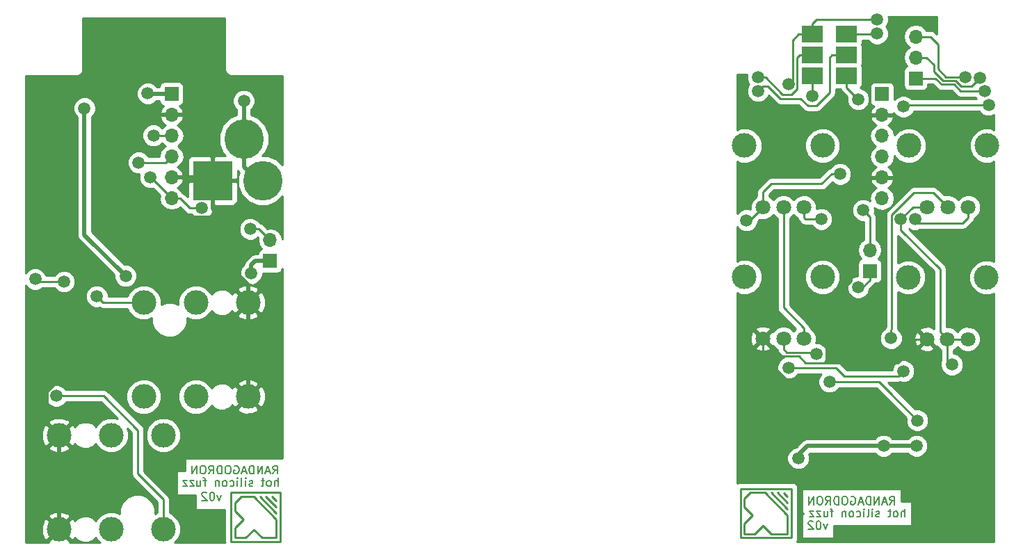
<source format=gbr>
G04 #@! TF.FileFunction,Copper,L2,Bot,Signal*
%FSLAX46Y46*%
G04 Gerber Fmt 4.6, Leading zero omitted, Abs format (unit mm)*
G04 Created by KiCad (PCBNEW 4.0.6) date 12/29/17 02:02:35*
%MOMM*%
%LPD*%
G01*
G04 APERTURE LIST*
%ADD10C,0.100000*%
%ADD11C,0.200000*%
%ADD12R,1.700000X1.700000*%
%ADD13O,1.700000X1.700000*%
%ADD14R,2.500000X2.000000*%
%ADD15C,1.800000*%
%ADD16C,3.000000*%
%ADD17C,4.800000*%
%ADD18R,4.800000X4.800000*%
%ADD19C,1.500000*%
%ADD20C,0.250000*%
%ADD21C,0.500000*%
%ADD22C,0.254000*%
G04 APERTURE END LIST*
D10*
D11*
X134857143Y-100785714D02*
X134619048Y-101452381D01*
X134380952Y-100785714D01*
X133809524Y-100452381D02*
X133714285Y-100452381D01*
X133619047Y-100500000D01*
X133571428Y-100547619D01*
X133523809Y-100642857D01*
X133476190Y-100833333D01*
X133476190Y-101071429D01*
X133523809Y-101261905D01*
X133571428Y-101357143D01*
X133619047Y-101404762D01*
X133714285Y-101452381D01*
X133809524Y-101452381D01*
X133904762Y-101404762D01*
X133952381Y-101357143D01*
X134000000Y-101261905D01*
X134047619Y-101071429D01*
X134047619Y-100833333D01*
X134000000Y-100642857D01*
X133952381Y-100547619D01*
X133904762Y-100500000D01*
X133809524Y-100452381D01*
X133095238Y-100547619D02*
X133047619Y-100500000D01*
X132952381Y-100452381D01*
X132714285Y-100452381D01*
X132619047Y-100500000D01*
X132571428Y-100547619D01*
X132523809Y-100642857D01*
X132523809Y-100738095D01*
X132571428Y-100880952D01*
X133142857Y-101452381D01*
X132523809Y-101452381D01*
X144261905Y-99952381D02*
X144261905Y-98952381D01*
X143833333Y-99952381D02*
X143833333Y-99428571D01*
X143880952Y-99333333D01*
X143976190Y-99285714D01*
X144119048Y-99285714D01*
X144214286Y-99333333D01*
X144261905Y-99380952D01*
X143214286Y-99952381D02*
X143309524Y-99904762D01*
X143357143Y-99857143D01*
X143404762Y-99761905D01*
X143404762Y-99476190D01*
X143357143Y-99380952D01*
X143309524Y-99333333D01*
X143214286Y-99285714D01*
X143071428Y-99285714D01*
X142976190Y-99333333D01*
X142928571Y-99380952D01*
X142880952Y-99476190D01*
X142880952Y-99761905D01*
X142928571Y-99857143D01*
X142976190Y-99904762D01*
X143071428Y-99952381D01*
X143214286Y-99952381D01*
X142595238Y-99285714D02*
X142214286Y-99285714D01*
X142452381Y-98952381D02*
X142452381Y-99809524D01*
X142404762Y-99904762D01*
X142309524Y-99952381D01*
X142214286Y-99952381D01*
X141166666Y-99904762D02*
X141071428Y-99952381D01*
X140880952Y-99952381D01*
X140785713Y-99904762D01*
X140738094Y-99809524D01*
X140738094Y-99761905D01*
X140785713Y-99666667D01*
X140880952Y-99619048D01*
X141023809Y-99619048D01*
X141119047Y-99571429D01*
X141166666Y-99476190D01*
X141166666Y-99428571D01*
X141119047Y-99333333D01*
X141023809Y-99285714D01*
X140880952Y-99285714D01*
X140785713Y-99333333D01*
X140309523Y-99952381D02*
X140309523Y-99285714D01*
X140309523Y-98952381D02*
X140357142Y-99000000D01*
X140309523Y-99047619D01*
X140261904Y-99000000D01*
X140309523Y-98952381D01*
X140309523Y-99047619D01*
X139690476Y-99952381D02*
X139785714Y-99904762D01*
X139833333Y-99809524D01*
X139833333Y-98952381D01*
X139309523Y-99952381D02*
X139309523Y-99285714D01*
X139309523Y-98952381D02*
X139357142Y-99000000D01*
X139309523Y-99047619D01*
X139261904Y-99000000D01*
X139309523Y-98952381D01*
X139309523Y-99047619D01*
X138404761Y-99904762D02*
X138499999Y-99952381D01*
X138690476Y-99952381D01*
X138785714Y-99904762D01*
X138833333Y-99857143D01*
X138880952Y-99761905D01*
X138880952Y-99476190D01*
X138833333Y-99380952D01*
X138785714Y-99333333D01*
X138690476Y-99285714D01*
X138499999Y-99285714D01*
X138404761Y-99333333D01*
X137833333Y-99952381D02*
X137928571Y-99904762D01*
X137976190Y-99857143D01*
X138023809Y-99761905D01*
X138023809Y-99476190D01*
X137976190Y-99380952D01*
X137928571Y-99333333D01*
X137833333Y-99285714D01*
X137690475Y-99285714D01*
X137595237Y-99333333D01*
X137547618Y-99380952D01*
X137499999Y-99476190D01*
X137499999Y-99761905D01*
X137547618Y-99857143D01*
X137595237Y-99904762D01*
X137690475Y-99952381D01*
X137833333Y-99952381D01*
X137071428Y-99285714D02*
X137071428Y-99952381D01*
X137071428Y-99380952D02*
X137023809Y-99333333D01*
X136928571Y-99285714D01*
X136785713Y-99285714D01*
X136690475Y-99333333D01*
X136642856Y-99428571D01*
X136642856Y-99952381D01*
X135547618Y-99285714D02*
X135166666Y-99285714D01*
X135404761Y-99952381D02*
X135404761Y-99095238D01*
X135357142Y-99000000D01*
X135261904Y-98952381D01*
X135166666Y-98952381D01*
X134404760Y-99285714D02*
X134404760Y-99952381D01*
X134833332Y-99285714D02*
X134833332Y-99809524D01*
X134785713Y-99904762D01*
X134690475Y-99952381D01*
X134547617Y-99952381D01*
X134452379Y-99904762D01*
X134404760Y-99857143D01*
X134023808Y-99285714D02*
X133499998Y-99285714D01*
X134023808Y-99952381D01*
X133499998Y-99952381D01*
X133214284Y-99285714D02*
X132690474Y-99285714D01*
X133214284Y-99952381D01*
X132690474Y-99952381D01*
X142440476Y-98452381D02*
X142773810Y-97976190D01*
X143011905Y-98452381D02*
X143011905Y-97452381D01*
X142630952Y-97452381D01*
X142535714Y-97500000D01*
X142488095Y-97547619D01*
X142440476Y-97642857D01*
X142440476Y-97785714D01*
X142488095Y-97880952D01*
X142535714Y-97928571D01*
X142630952Y-97976190D01*
X143011905Y-97976190D01*
X142059524Y-98166667D02*
X141583333Y-98166667D01*
X142154762Y-98452381D02*
X141821429Y-97452381D01*
X141488095Y-98452381D01*
X141154762Y-98452381D02*
X141154762Y-97452381D01*
X140583333Y-98452381D01*
X140583333Y-97452381D01*
X140107143Y-98452381D02*
X140107143Y-97452381D01*
X139869048Y-97452381D01*
X139726190Y-97500000D01*
X139630952Y-97595238D01*
X139583333Y-97690476D01*
X139535714Y-97880952D01*
X139535714Y-98023810D01*
X139583333Y-98214286D01*
X139630952Y-98309524D01*
X139726190Y-98404762D01*
X139869048Y-98452381D01*
X140107143Y-98452381D01*
X139154762Y-98166667D02*
X138678571Y-98166667D01*
X139250000Y-98452381D02*
X138916667Y-97452381D01*
X138583333Y-98452381D01*
X137726190Y-97500000D02*
X137821428Y-97452381D01*
X137964285Y-97452381D01*
X138107143Y-97500000D01*
X138202381Y-97595238D01*
X138250000Y-97690476D01*
X138297619Y-97880952D01*
X138297619Y-98023810D01*
X138250000Y-98214286D01*
X138202381Y-98309524D01*
X138107143Y-98404762D01*
X137964285Y-98452381D01*
X137869047Y-98452381D01*
X137726190Y-98404762D01*
X137678571Y-98357143D01*
X137678571Y-98023810D01*
X137869047Y-98023810D01*
X137059524Y-97452381D02*
X136869047Y-97452381D01*
X136773809Y-97500000D01*
X136678571Y-97595238D01*
X136630952Y-97785714D01*
X136630952Y-98119048D01*
X136678571Y-98309524D01*
X136773809Y-98404762D01*
X136869047Y-98452381D01*
X137059524Y-98452381D01*
X137154762Y-98404762D01*
X137250000Y-98309524D01*
X137297619Y-98119048D01*
X137297619Y-97785714D01*
X137250000Y-97595238D01*
X137154762Y-97500000D01*
X137059524Y-97452381D01*
X136202381Y-98452381D02*
X136202381Y-97452381D01*
X135964286Y-97452381D01*
X135821428Y-97500000D01*
X135726190Y-97595238D01*
X135678571Y-97690476D01*
X135630952Y-97880952D01*
X135630952Y-98023810D01*
X135678571Y-98214286D01*
X135726190Y-98309524D01*
X135821428Y-98404762D01*
X135964286Y-98452381D01*
X136202381Y-98452381D01*
X134630952Y-98452381D02*
X134964286Y-97976190D01*
X135202381Y-98452381D02*
X135202381Y-97452381D01*
X134821428Y-97452381D01*
X134726190Y-97500000D01*
X134678571Y-97547619D01*
X134630952Y-97642857D01*
X134630952Y-97785714D01*
X134678571Y-97880952D01*
X134726190Y-97928571D01*
X134821428Y-97976190D01*
X135202381Y-97976190D01*
X134011905Y-97452381D02*
X133821428Y-97452381D01*
X133726190Y-97500000D01*
X133630952Y-97595238D01*
X133583333Y-97785714D01*
X133583333Y-98119048D01*
X133630952Y-98309524D01*
X133726190Y-98404762D01*
X133821428Y-98452381D01*
X134011905Y-98452381D01*
X134107143Y-98404762D01*
X134202381Y-98309524D01*
X134250000Y-98119048D01*
X134250000Y-97785714D01*
X134202381Y-97595238D01*
X134107143Y-97500000D01*
X134011905Y-97452381D01*
X133154762Y-98452381D02*
X133154762Y-97452381D01*
X132583333Y-98452381D01*
X132583333Y-97452381D01*
X61023810Y-97285714D02*
X60785715Y-97952381D01*
X60547619Y-97285714D01*
X59976191Y-96952381D02*
X59880952Y-96952381D01*
X59785714Y-97000000D01*
X59738095Y-97047619D01*
X59690476Y-97142857D01*
X59642857Y-97333333D01*
X59642857Y-97571429D01*
X59690476Y-97761905D01*
X59738095Y-97857143D01*
X59785714Y-97904762D01*
X59880952Y-97952381D01*
X59976191Y-97952381D01*
X60071429Y-97904762D01*
X60119048Y-97857143D01*
X60166667Y-97761905D01*
X60214286Y-97571429D01*
X60214286Y-97333333D01*
X60166667Y-97142857D01*
X60119048Y-97047619D01*
X60071429Y-97000000D01*
X59976191Y-96952381D01*
X59261905Y-97047619D02*
X59214286Y-97000000D01*
X59119048Y-96952381D01*
X58880952Y-96952381D01*
X58785714Y-97000000D01*
X58738095Y-97047619D01*
X58690476Y-97142857D01*
X58690476Y-97238095D01*
X58738095Y-97380952D01*
X59309524Y-97952381D01*
X58690476Y-97952381D01*
X67345238Y-94702381D02*
X67678572Y-94226190D01*
X67916667Y-94702381D02*
X67916667Y-93702381D01*
X67535714Y-93702381D01*
X67440476Y-93750000D01*
X67392857Y-93797619D01*
X67345238Y-93892857D01*
X67345238Y-94035714D01*
X67392857Y-94130952D01*
X67440476Y-94178571D01*
X67535714Y-94226190D01*
X67916667Y-94226190D01*
X66964286Y-94416667D02*
X66488095Y-94416667D01*
X67059524Y-94702381D02*
X66726191Y-93702381D01*
X66392857Y-94702381D01*
X66059524Y-94702381D02*
X66059524Y-93702381D01*
X65488095Y-94702381D01*
X65488095Y-93702381D01*
X65011905Y-94702381D02*
X65011905Y-93702381D01*
X64773810Y-93702381D01*
X64630952Y-93750000D01*
X64535714Y-93845238D01*
X64488095Y-93940476D01*
X64440476Y-94130952D01*
X64440476Y-94273810D01*
X64488095Y-94464286D01*
X64535714Y-94559524D01*
X64630952Y-94654762D01*
X64773810Y-94702381D01*
X65011905Y-94702381D01*
X64059524Y-94416667D02*
X63583333Y-94416667D01*
X64154762Y-94702381D02*
X63821429Y-93702381D01*
X63488095Y-94702381D01*
X62630952Y-93750000D02*
X62726190Y-93702381D01*
X62869047Y-93702381D01*
X63011905Y-93750000D01*
X63107143Y-93845238D01*
X63154762Y-93940476D01*
X63202381Y-94130952D01*
X63202381Y-94273810D01*
X63154762Y-94464286D01*
X63107143Y-94559524D01*
X63011905Y-94654762D01*
X62869047Y-94702381D01*
X62773809Y-94702381D01*
X62630952Y-94654762D01*
X62583333Y-94607143D01*
X62583333Y-94273810D01*
X62773809Y-94273810D01*
X61964286Y-93702381D02*
X61773809Y-93702381D01*
X61678571Y-93750000D01*
X61583333Y-93845238D01*
X61535714Y-94035714D01*
X61535714Y-94369048D01*
X61583333Y-94559524D01*
X61678571Y-94654762D01*
X61773809Y-94702381D01*
X61964286Y-94702381D01*
X62059524Y-94654762D01*
X62154762Y-94559524D01*
X62202381Y-94369048D01*
X62202381Y-94035714D01*
X62154762Y-93845238D01*
X62059524Y-93750000D01*
X61964286Y-93702381D01*
X61107143Y-94702381D02*
X61107143Y-93702381D01*
X60869048Y-93702381D01*
X60726190Y-93750000D01*
X60630952Y-93845238D01*
X60583333Y-93940476D01*
X60535714Y-94130952D01*
X60535714Y-94273810D01*
X60583333Y-94464286D01*
X60630952Y-94559524D01*
X60726190Y-94654762D01*
X60869048Y-94702381D01*
X61107143Y-94702381D01*
X59535714Y-94702381D02*
X59869048Y-94226190D01*
X60107143Y-94702381D02*
X60107143Y-93702381D01*
X59726190Y-93702381D01*
X59630952Y-93750000D01*
X59583333Y-93797619D01*
X59535714Y-93892857D01*
X59535714Y-94035714D01*
X59583333Y-94130952D01*
X59630952Y-94178571D01*
X59726190Y-94226190D01*
X60107143Y-94226190D01*
X58916667Y-93702381D02*
X58726190Y-93702381D01*
X58630952Y-93750000D01*
X58535714Y-93845238D01*
X58488095Y-94035714D01*
X58488095Y-94369048D01*
X58535714Y-94559524D01*
X58630952Y-94654762D01*
X58726190Y-94702381D01*
X58916667Y-94702381D01*
X59011905Y-94654762D01*
X59107143Y-94559524D01*
X59154762Y-94369048D01*
X59154762Y-94035714D01*
X59107143Y-93845238D01*
X59011905Y-93750000D01*
X58916667Y-93702381D01*
X58059524Y-94702381D02*
X58059524Y-93702381D01*
X57488095Y-94702381D01*
X57488095Y-93702381D01*
X67964288Y-96202381D02*
X67964288Y-95202381D01*
X67535716Y-96202381D02*
X67535716Y-95678571D01*
X67583335Y-95583333D01*
X67678573Y-95535714D01*
X67821431Y-95535714D01*
X67916669Y-95583333D01*
X67964288Y-95630952D01*
X66916669Y-96202381D02*
X67011907Y-96154762D01*
X67059526Y-96107143D01*
X67107145Y-96011905D01*
X67107145Y-95726190D01*
X67059526Y-95630952D01*
X67011907Y-95583333D01*
X66916669Y-95535714D01*
X66773811Y-95535714D01*
X66678573Y-95583333D01*
X66630954Y-95630952D01*
X66583335Y-95726190D01*
X66583335Y-96011905D01*
X66630954Y-96107143D01*
X66678573Y-96154762D01*
X66773811Y-96202381D01*
X66916669Y-96202381D01*
X66297621Y-95535714D02*
X65916669Y-95535714D01*
X66154764Y-95202381D02*
X66154764Y-96059524D01*
X66107145Y-96154762D01*
X66011907Y-96202381D01*
X65916669Y-96202381D01*
X64869049Y-96154762D02*
X64773811Y-96202381D01*
X64583335Y-96202381D01*
X64488096Y-96154762D01*
X64440477Y-96059524D01*
X64440477Y-96011905D01*
X64488096Y-95916667D01*
X64583335Y-95869048D01*
X64726192Y-95869048D01*
X64821430Y-95821429D01*
X64869049Y-95726190D01*
X64869049Y-95678571D01*
X64821430Y-95583333D01*
X64726192Y-95535714D01*
X64583335Y-95535714D01*
X64488096Y-95583333D01*
X64011906Y-96202381D02*
X64011906Y-95535714D01*
X64011906Y-95202381D02*
X64059525Y-95250000D01*
X64011906Y-95297619D01*
X63964287Y-95250000D01*
X64011906Y-95202381D01*
X64011906Y-95297619D01*
X63392859Y-96202381D02*
X63488097Y-96154762D01*
X63535716Y-96059524D01*
X63535716Y-95202381D01*
X63011906Y-96202381D02*
X63011906Y-95535714D01*
X63011906Y-95202381D02*
X63059525Y-95250000D01*
X63011906Y-95297619D01*
X62964287Y-95250000D01*
X63011906Y-95202381D01*
X63011906Y-95297619D01*
X62107144Y-96154762D02*
X62202382Y-96202381D01*
X62392859Y-96202381D01*
X62488097Y-96154762D01*
X62535716Y-96107143D01*
X62583335Y-96011905D01*
X62583335Y-95726190D01*
X62535716Y-95630952D01*
X62488097Y-95583333D01*
X62392859Y-95535714D01*
X62202382Y-95535714D01*
X62107144Y-95583333D01*
X61535716Y-96202381D02*
X61630954Y-96154762D01*
X61678573Y-96107143D01*
X61726192Y-96011905D01*
X61726192Y-95726190D01*
X61678573Y-95630952D01*
X61630954Y-95583333D01*
X61535716Y-95535714D01*
X61392858Y-95535714D01*
X61297620Y-95583333D01*
X61250001Y-95630952D01*
X61202382Y-95726190D01*
X61202382Y-96011905D01*
X61250001Y-96107143D01*
X61297620Y-96154762D01*
X61392858Y-96202381D01*
X61535716Y-96202381D01*
X60773811Y-95535714D02*
X60773811Y-96202381D01*
X60773811Y-95630952D02*
X60726192Y-95583333D01*
X60630954Y-95535714D01*
X60488096Y-95535714D01*
X60392858Y-95583333D01*
X60345239Y-95678571D01*
X60345239Y-96202381D01*
X59250001Y-95535714D02*
X58869049Y-95535714D01*
X59107144Y-96202381D02*
X59107144Y-95345238D01*
X59059525Y-95250000D01*
X58964287Y-95202381D01*
X58869049Y-95202381D01*
X58107143Y-95535714D02*
X58107143Y-96202381D01*
X58535715Y-95535714D02*
X58535715Y-96059524D01*
X58488096Y-96154762D01*
X58392858Y-96202381D01*
X58250000Y-96202381D01*
X58154762Y-96154762D01*
X58107143Y-96107143D01*
X57726191Y-95535714D02*
X57202381Y-95535714D01*
X57726191Y-96202381D01*
X57202381Y-96202381D01*
X56916667Y-95535714D02*
X56392857Y-95535714D01*
X56916667Y-96202381D01*
X56392857Y-96202381D01*
D12*
X141500000Y-48460000D03*
D13*
X141500000Y-51000000D03*
X141500000Y-53540000D03*
X141500000Y-56080000D03*
X141500000Y-58620000D03*
X141500000Y-61160000D03*
D14*
X137180000Y-46240000D03*
X133020000Y-46240000D03*
X137180000Y-43700000D03*
X133020000Y-43700000D03*
X137180000Y-41160000D03*
X133020000Y-41160000D03*
D12*
X55000000Y-48440000D03*
D13*
X55000000Y-50980000D03*
X55000000Y-53520000D03*
X55000000Y-56060000D03*
X55000000Y-58600000D03*
X55000000Y-61140000D03*
D15*
X127000000Y-78250000D03*
X129500000Y-78250000D03*
X132000000Y-78250000D03*
D16*
X124750000Y-70750000D03*
X134250000Y-70750000D03*
D15*
X127000000Y-62250000D03*
X129500000Y-62250000D03*
X132000000Y-62250000D03*
D16*
X124750000Y-54750000D03*
X134250000Y-54750000D03*
D15*
X146950000Y-78300000D03*
X149450000Y-78300000D03*
X151950000Y-78300000D03*
D16*
X144700000Y-70800000D03*
X154200000Y-70800000D03*
D15*
X147000000Y-62250000D03*
X149500000Y-62250000D03*
X152000000Y-62250000D03*
D16*
X144750000Y-54750000D03*
X154250000Y-54750000D03*
D12*
X67000000Y-68790000D03*
D13*
X67000000Y-66250000D03*
D17*
X66100000Y-59000000D03*
D18*
X60000000Y-59000000D03*
D17*
X63810000Y-53920000D03*
D16*
X41300000Y-101450000D03*
X47650000Y-101450000D03*
X54000000Y-90000000D03*
X54000000Y-101450000D03*
X41300000Y-90000000D03*
X47650000Y-90000000D03*
X64300000Y-73850000D03*
X57950000Y-73850000D03*
X51600000Y-85300000D03*
X51600000Y-73850000D03*
X64300000Y-85300000D03*
X57950000Y-85300000D03*
D12*
X140000000Y-70000000D03*
D13*
X140000000Y-67460000D03*
D12*
X145600000Y-46540000D03*
D13*
X145600000Y-44000000D03*
X145600000Y-41460000D03*
D19*
X52699242Y-62205745D03*
X44400000Y-48000000D03*
X42700000Y-83400000D03*
X52300000Y-51000000D03*
X58280000Y-50980000D03*
X44400000Y-50200000D03*
X49400000Y-70600000D03*
X64700000Y-70300000D03*
X52100000Y-48400000D03*
X141700000Y-91300000D03*
X131300000Y-92800000D03*
X145700000Y-91300000D03*
X139000000Y-89000000D03*
X146375000Y-80500000D03*
X134700000Y-78600000D03*
X148298529Y-89098529D03*
X138478819Y-56378819D03*
X138500000Y-60000000D03*
X135100000Y-83500000D03*
X145800000Y-88199997D03*
X126400000Y-48100003D03*
X138600000Y-49100000D03*
X133000000Y-48700000D03*
X130100000Y-47300000D03*
X140900000Y-39400000D03*
X125003013Y-63823307D03*
X136400000Y-58200000D03*
X45900000Y-73100000D03*
X40974999Y-85225001D03*
X52800000Y-53500000D03*
X41910140Y-71310140D03*
X51000000Y-56800000D03*
X38400000Y-71000000D03*
X52400000Y-58600004D03*
X58700000Y-62350002D03*
X134100000Y-63700000D03*
X126400000Y-46400000D03*
X140900000Y-41100003D03*
X154475000Y-49800000D03*
X144100000Y-50000000D03*
X130100000Y-81800000D03*
X144100000Y-82200000D03*
X145500000Y-63700000D03*
X150000000Y-81400000D03*
X143800000Y-63700000D03*
X153975000Y-48100965D03*
X151600000Y-46400000D03*
X153400000Y-46500000D03*
X64600000Y-64900000D03*
X142600000Y-78200000D03*
X138600000Y-72000000D03*
X139200000Y-62600000D03*
X133500000Y-80125309D03*
X63800000Y-49300000D03*
D20*
X125750000Y-99750000D02*
X124750000Y-100750000D01*
X124750000Y-100750000D02*
X124750000Y-102000000D01*
X128000000Y-102000000D02*
X130000000Y-102000000D01*
X124750000Y-102000000D02*
X126000000Y-102000000D01*
X127000000Y-101000000D02*
X128000000Y-102000000D01*
X130000000Y-102000000D02*
X130000000Y-99750000D01*
X126000000Y-102000000D02*
X127000000Y-101000000D01*
X124250000Y-102500000D02*
X130500000Y-102500000D01*
X124250000Y-96500000D02*
X124250000Y-102500000D01*
X130000000Y-99750000D02*
X127250000Y-97000000D01*
X130000000Y-98250000D02*
X128750000Y-97000000D01*
X130000000Y-99000000D02*
X128000000Y-97000000D01*
X130000000Y-97500000D02*
X129504010Y-97004010D01*
X130500000Y-96500000D02*
X124250000Y-96500000D01*
X127250000Y-97000000D02*
X125500000Y-97000000D01*
X130500000Y-102500000D02*
X130500000Y-96500000D01*
X125500000Y-97000000D02*
X124750000Y-97750000D01*
X124750000Y-97750000D02*
X124750000Y-98750000D01*
X124750000Y-98750000D02*
X125750000Y-99750000D01*
X62750000Y-102500000D02*
X64000000Y-102500000D01*
X62750000Y-101250000D02*
X62750000Y-102500000D01*
X63750000Y-100250000D02*
X62750000Y-101250000D01*
X64000000Y-102500000D02*
X65000000Y-101500000D01*
X62250000Y-103000000D02*
X68250000Y-103000000D01*
X68250000Y-97000000D02*
X62250000Y-97000000D01*
X68250000Y-103000000D02*
X68250000Y-97000000D01*
X62250000Y-97000000D02*
X62250000Y-103000000D01*
X63750000Y-100233960D02*
X63750000Y-100250000D01*
X67745990Y-98000000D02*
X67250000Y-97504010D01*
X67745990Y-98750000D02*
X66500000Y-97504010D01*
X67745990Y-99500000D02*
X65750000Y-97504010D01*
X67750000Y-102500000D02*
X67750000Y-100254010D01*
X66000000Y-102500000D02*
X67750000Y-102500000D01*
X65000000Y-101500000D02*
X66000000Y-102500000D01*
X67750000Y-100254010D02*
X65000000Y-97504010D01*
X62758020Y-99241980D02*
X63750000Y-100233960D01*
X65000000Y-97504010D02*
X63504010Y-97504010D01*
X63504010Y-97504010D02*
X62758020Y-98250000D01*
X62758020Y-98250000D02*
X62758020Y-99241980D01*
D21*
X54043500Y-63550003D02*
X59200000Y-63550003D01*
X59200000Y-63550003D02*
X60049997Y-63550003D01*
X64300000Y-73850000D02*
X64300000Y-71728680D01*
X64300000Y-71728680D02*
X59200000Y-66628680D01*
X59200000Y-66628680D02*
X59200000Y-63550003D01*
X60600000Y-63000000D02*
X60000000Y-62400000D01*
X60000000Y-62400000D02*
X60000000Y-59000000D01*
X60049997Y-63550003D02*
X60600000Y-63000000D01*
X52699242Y-62205745D02*
X54043500Y-63550003D01*
X52699242Y-62205745D02*
X53200000Y-62706503D01*
X44400000Y-48000000D02*
X49300000Y-48000000D01*
X49300000Y-48000000D02*
X52300000Y-51000000D01*
X55000000Y-58600000D02*
X59600000Y-58600000D01*
X59600000Y-58600000D02*
X60000000Y-59000000D01*
X54800000Y-58400000D02*
X55000000Y-58600000D01*
X41300000Y-101450000D02*
X41300000Y-99328680D01*
X41300000Y-99328680D02*
X41300000Y-90000000D01*
X64300000Y-73850000D02*
X64300000Y-85300000D01*
X48400000Y-79800000D02*
X44800000Y-83400000D01*
X44800000Y-83400000D02*
X42700000Y-83400000D01*
X64300000Y-85300000D02*
X58800000Y-79800000D01*
X58800000Y-79800000D02*
X48400000Y-79800000D01*
X42700000Y-83400000D02*
X41023998Y-83400000D01*
X41023998Y-83400000D02*
X39774998Y-84649000D01*
X39774998Y-84649000D02*
X39774998Y-88474998D01*
X39774998Y-88474998D02*
X39800001Y-88500001D01*
X39800001Y-88500001D02*
X41300000Y-90000000D01*
X52300000Y-51000000D02*
X54980000Y-51000000D01*
X54980000Y-51000000D02*
X55000000Y-50980000D01*
X60000000Y-52700000D02*
X58280000Y-50980000D01*
X58280000Y-50980000D02*
X55000000Y-50980000D01*
X60000000Y-59000000D02*
X60000000Y-52700000D01*
X49400000Y-70600000D02*
X44400000Y-65600000D01*
X44400000Y-65600000D02*
X44400000Y-50200000D01*
X67000000Y-68790000D02*
X65210000Y-68790000D01*
X65210000Y-68790000D02*
X64700000Y-69300000D01*
X64700000Y-69300000D02*
X64700000Y-70300000D01*
X55000000Y-48440000D02*
X52140000Y-48440000D01*
X52140000Y-48440000D02*
X52100000Y-48400000D01*
X145700000Y-91300000D02*
X141700000Y-91300000D01*
X141700000Y-91300000D02*
X133700000Y-91300000D01*
X132400000Y-91300000D02*
X131300000Y-92400000D01*
X133700000Y-91300000D02*
X132400000Y-91300000D01*
X131300000Y-92400000D02*
X131300000Y-92800000D01*
D20*
X134700000Y-81200309D02*
X132200309Y-81200309D01*
X132200309Y-81200309D02*
X131400000Y-80400000D01*
X131400000Y-80400000D02*
X127600000Y-80400000D01*
X140610659Y-84900000D02*
X139000000Y-84900000D01*
X139000000Y-84900000D02*
X131608998Y-84900000D01*
X139000000Y-89000000D02*
X139000000Y-87939340D01*
X139000000Y-87939340D02*
X139000000Y-84900000D01*
X141349999Y-86700000D02*
X141349999Y-85639340D01*
X141349999Y-85639340D02*
X140610659Y-84900000D01*
X131608998Y-84900000D02*
X127600000Y-80891002D01*
X127600000Y-80891002D02*
X127600000Y-80400000D01*
X144900000Y-79700000D02*
X144700000Y-79900000D01*
X144700000Y-79900000D02*
X143399691Y-81200309D01*
X146375000Y-80500000D02*
X145314340Y-80500000D01*
X145314340Y-80500000D02*
X144714340Y-79900000D01*
X144714340Y-79900000D02*
X144700000Y-79900000D01*
X138500000Y-60000000D02*
X137750001Y-60749999D01*
X137750001Y-60749999D02*
X137750001Y-71258997D01*
X137750001Y-71258997D02*
X136300000Y-72708998D01*
X136300000Y-77000000D02*
X134700000Y-78600000D01*
X136300000Y-72708998D02*
X136300000Y-77000000D01*
X146950000Y-78300000D02*
X145600000Y-78300000D01*
X145600000Y-78300000D02*
X144900000Y-79000000D01*
X144900000Y-79000000D02*
X144900000Y-79700000D01*
X143399691Y-81200309D02*
X142329632Y-81200309D01*
X127600000Y-80400000D02*
X127000000Y-79800000D01*
X127000000Y-79800000D02*
X127000000Y-78250000D01*
X142329632Y-81200309D02*
X134700000Y-81200309D01*
X134700000Y-78600000D02*
X134700000Y-79660660D01*
X134700000Y-79660660D02*
X134700000Y-81200309D01*
X142649999Y-87449999D02*
X145048528Y-89848528D01*
X145048528Y-89848528D02*
X147548530Y-89848528D01*
X147548530Y-89848528D02*
X148298529Y-89098529D01*
X141349999Y-86700000D02*
X142099998Y-87449999D01*
X142099998Y-87449999D02*
X142649999Y-87449999D01*
X138500000Y-60000000D02*
X138500000Y-56400000D01*
X138500000Y-56400000D02*
X138478819Y-56378819D01*
X135100000Y-83500000D02*
X141100003Y-83500000D01*
X141100003Y-83500000D02*
X142300003Y-84700000D01*
X142300003Y-84700000D02*
X145800000Y-88199997D01*
X137180000Y-43700000D02*
X135400000Y-43700000D01*
X135100000Y-44000000D02*
X135100000Y-48300000D01*
X135400000Y-43700000D02*
X135100000Y-44000000D01*
X129100000Y-49000000D02*
X127600000Y-47500000D01*
X127600000Y-47500000D02*
X127000003Y-47500000D01*
X135100000Y-48300000D02*
X133500000Y-49900000D01*
X133500000Y-49900000D02*
X132500000Y-49900000D01*
X127000003Y-47500000D02*
X126400000Y-48100003D01*
X132500000Y-49900000D02*
X131600000Y-49000000D01*
X131600000Y-49000000D02*
X129100000Y-49000000D01*
X137180000Y-46240000D02*
X137180000Y-47680000D01*
X137180000Y-47680000D02*
X138600000Y-49100000D01*
X133020000Y-46240000D02*
X133020000Y-48680000D01*
X133020000Y-48680000D02*
X133000000Y-48700000D01*
X130100000Y-47300000D02*
X130600000Y-46800000D01*
X130600000Y-46800000D02*
X130600000Y-41900000D01*
X130600000Y-41900000D02*
X131340000Y-41160000D01*
X131340000Y-41160000D02*
X133020000Y-41160000D01*
X140900000Y-39400000D02*
X133530000Y-39400000D01*
X133530000Y-39400000D02*
X133020000Y-39910000D01*
X133020000Y-39910000D02*
X133020000Y-41160000D01*
X125426693Y-63823307D02*
X125003013Y-63823307D01*
X127000000Y-62250000D02*
X125426693Y-63823307D01*
X136400000Y-58200000D02*
X135339340Y-58200000D01*
X135339340Y-58200000D02*
X134139340Y-59400000D01*
X134139340Y-59400000D02*
X128000000Y-59400000D01*
X128000000Y-59400000D02*
X127000000Y-60400000D01*
X127000000Y-60400000D02*
X127000000Y-62250000D01*
X51600000Y-73850000D02*
X46650000Y-73850000D01*
X46650000Y-73850000D02*
X45900000Y-73100000D01*
X40974999Y-85225001D02*
X46725001Y-85225001D01*
X46725001Y-85225001D02*
X50900000Y-89400000D01*
X50900000Y-89400000D02*
X50900000Y-94700000D01*
X50900000Y-94700000D02*
X54000000Y-97800000D01*
X54000000Y-97800000D02*
X54000000Y-101450000D01*
X52800000Y-53500000D02*
X54980000Y-53500000D01*
X54980000Y-53500000D02*
X55000000Y-53520000D01*
X51000000Y-56800000D02*
X54260000Y-56800000D01*
X54260000Y-56800000D02*
X55000000Y-56060000D01*
X41910140Y-71310140D02*
X38710140Y-71310140D01*
X38710140Y-71310140D02*
X38400000Y-71000000D01*
X55000000Y-61140000D02*
X52460004Y-58600004D01*
X52460004Y-58600004D02*
X52400000Y-58600004D01*
X58700000Y-62350002D02*
X57250002Y-62350002D01*
X57250002Y-62350002D02*
X56040000Y-61140000D01*
X56040000Y-61140000D02*
X55000000Y-61140000D01*
X132000000Y-62250000D02*
X132000000Y-63522792D01*
X132000000Y-63522792D02*
X132177208Y-63700000D01*
X132177208Y-63700000D02*
X133039340Y-63700000D01*
X133039340Y-63700000D02*
X134100000Y-63700000D01*
X129400000Y-48500000D02*
X127300000Y-46400000D01*
X127300000Y-46400000D02*
X126400000Y-46400000D01*
X130491002Y-48500000D02*
X129400000Y-48500000D01*
X133020000Y-43700000D02*
X131520000Y-43700000D01*
X131520000Y-43700000D02*
X131175001Y-44044999D01*
X131175001Y-44044999D02*
X131175001Y-47816001D01*
X131175001Y-47816001D02*
X130491002Y-48500000D01*
X137180000Y-41160000D02*
X140840003Y-41160000D01*
X140840003Y-41160000D02*
X140900000Y-41100003D01*
X154475000Y-49800000D02*
X144300000Y-49800000D01*
X144300000Y-49800000D02*
X144100000Y-50000000D01*
X130100000Y-81800000D02*
X135900000Y-81800000D01*
X135900000Y-81800000D02*
X136900000Y-82800000D01*
X136900000Y-82800000D02*
X143500000Y-82800000D01*
X143500000Y-82800000D02*
X144100000Y-82200000D01*
X151322792Y-64200000D02*
X146000000Y-64200000D01*
X146000000Y-64200000D02*
X145500000Y-63700000D01*
X152000000Y-62250000D02*
X152000000Y-63522792D01*
X152000000Y-63522792D02*
X151322792Y-64200000D01*
X149450000Y-78300000D02*
X151950000Y-78300000D01*
X148550001Y-69750001D02*
X143800000Y-65000000D01*
X143800000Y-65000000D02*
X143800000Y-63700000D01*
X149450000Y-78300000D02*
X148550001Y-77400001D01*
X148550001Y-77400001D02*
X148550001Y-69750001D01*
X149450000Y-78300000D02*
X149450000Y-80850000D01*
X149450000Y-80850000D02*
X150000000Y-81400000D01*
X147000000Y-62250000D02*
X145250000Y-62250000D01*
X145250000Y-62250000D02*
X143800000Y-63700000D01*
X153975000Y-48100965D02*
X151073553Y-48100965D01*
X151073553Y-48100965D02*
X150272608Y-47300020D01*
X148003590Y-46540000D02*
X145600000Y-46540000D01*
X150272608Y-47300020D02*
X148763610Y-47300020D01*
X148763610Y-47300020D02*
X148003590Y-46540000D01*
X145660000Y-46600000D02*
X145600000Y-46540000D01*
X151600000Y-46400000D02*
X149300000Y-46400000D01*
X149300000Y-46400000D02*
X148300000Y-45400000D01*
X148300000Y-45400000D02*
X148300000Y-42400000D01*
X148300000Y-42400000D02*
X147360000Y-41460000D01*
X147360000Y-41460000D02*
X145600000Y-41460000D01*
X150459008Y-46850010D02*
X148950010Y-46850010D01*
X148950010Y-46850010D02*
X147800000Y-45700000D01*
X152400000Y-47500000D02*
X151108998Y-47500000D01*
X151108998Y-47500000D02*
X150459008Y-46850010D01*
X153400000Y-46500000D02*
X152400000Y-47500000D01*
X147800000Y-45700000D02*
X147800000Y-44900000D01*
X147800000Y-44900000D02*
X146900000Y-44000000D01*
X146900000Y-44000000D02*
X145600000Y-44000000D01*
X67000000Y-66250000D02*
X65650000Y-64900000D01*
X65650000Y-64900000D02*
X64600000Y-64900000D01*
X142700000Y-63200000D02*
X142700000Y-66000000D01*
X142700000Y-66000000D02*
X142700000Y-66500000D01*
X142600000Y-78200000D02*
X142600000Y-77139340D01*
X142600000Y-77139340D02*
X142700000Y-77039340D01*
X142700000Y-77039340D02*
X142700000Y-66000000D01*
X149500000Y-62250000D02*
X147750000Y-60500000D01*
X147750000Y-60500000D02*
X145400000Y-60500000D01*
X145400000Y-60500000D02*
X142700000Y-63200000D01*
X140000000Y-70000000D02*
X140000000Y-71100000D01*
X140000000Y-71100000D02*
X139100000Y-72000000D01*
X139100000Y-72000000D02*
X138600000Y-72000000D01*
X140000000Y-67460000D02*
X140000000Y-63400000D01*
X140000000Y-63400000D02*
X139200000Y-62600000D01*
X129877208Y-79900000D02*
X133274691Y-79900000D01*
X133274691Y-79900000D02*
X133500000Y-80125309D01*
X129500000Y-78250000D02*
X129500000Y-79522792D01*
X129500000Y-79522792D02*
X129877208Y-79900000D01*
X129500000Y-62250000D02*
X129500000Y-72800000D01*
X129500000Y-72800000D02*
X129500000Y-73250000D01*
X129500000Y-74477208D02*
X129500000Y-72800000D01*
X132000000Y-78250000D02*
X132000000Y-76977208D01*
X132000000Y-76977208D02*
X129500000Y-74477208D01*
D21*
X63810000Y-53920000D02*
X63810000Y-57314112D01*
X63810000Y-57314112D02*
X65495888Y-59000000D01*
X65495888Y-59000000D02*
X66100000Y-59000000D01*
X63810000Y-53920000D02*
X63810000Y-49310000D01*
X63810000Y-49310000D02*
X63800000Y-49300000D01*
D22*
G36*
X61490000Y-45500000D02*
X61544046Y-45771705D01*
X61697954Y-46002046D01*
X61928295Y-46155954D01*
X62200000Y-46210000D01*
X68490000Y-46210000D01*
X68490000Y-57098287D01*
X67821434Y-56428553D01*
X66706347Y-55965528D01*
X66057354Y-55964961D01*
X66381447Y-55641434D01*
X66844472Y-54526347D01*
X66845526Y-53318950D01*
X66384448Y-52203057D01*
X65531434Y-51348553D01*
X64695000Y-51001235D01*
X64695000Y-50363540D01*
X64973461Y-50085564D01*
X65184759Y-49576702D01*
X65185240Y-49025715D01*
X64974831Y-48516485D01*
X64585564Y-48126539D01*
X64076702Y-47915241D01*
X63525715Y-47914760D01*
X63016485Y-48125169D01*
X62626539Y-48514436D01*
X62415241Y-49023298D01*
X62414760Y-49574285D01*
X62625169Y-50083515D01*
X62925000Y-50383869D01*
X62925000Y-51001800D01*
X62093057Y-51345552D01*
X61238553Y-52198566D01*
X60775528Y-53313653D01*
X60774474Y-54521050D01*
X61235552Y-55636943D01*
X61563037Y-55965000D01*
X60285750Y-55965000D01*
X60127000Y-56123750D01*
X60127000Y-58873000D01*
X62876250Y-58873000D01*
X63035000Y-58714250D01*
X63035000Y-57716592D01*
X63101749Y-57816489D01*
X63184210Y-57939902D01*
X63233482Y-57989174D01*
X63065528Y-58393653D01*
X63064474Y-59601050D01*
X63525552Y-60716943D01*
X64378566Y-61571447D01*
X65493653Y-62034472D01*
X66701050Y-62035526D01*
X67816943Y-61574448D01*
X68490000Y-60902565D01*
X68490000Y-66128876D01*
X68401054Y-65681715D01*
X68079147Y-65199946D01*
X67597378Y-64878039D01*
X67029093Y-64765000D01*
X66970907Y-64765000D01*
X66653031Y-64828229D01*
X66187401Y-64362599D01*
X65940839Y-64197852D01*
X65796596Y-64169160D01*
X65774831Y-64116485D01*
X65385564Y-63726539D01*
X64876702Y-63515241D01*
X64325715Y-63514760D01*
X63816485Y-63725169D01*
X63426539Y-64114436D01*
X63215241Y-64623298D01*
X63214760Y-65174285D01*
X63425169Y-65683515D01*
X63814436Y-66073461D01*
X64323298Y-66284759D01*
X64874285Y-66285240D01*
X65383515Y-66074831D01*
X65554752Y-65903892D01*
X65485907Y-66250000D01*
X65598946Y-66818285D01*
X65920853Y-67300054D01*
X65962452Y-67327850D01*
X65914683Y-67336838D01*
X65698559Y-67475910D01*
X65553569Y-67688110D01*
X65509648Y-67905000D01*
X65210005Y-67905000D01*
X65210000Y-67904999D01*
X64927516Y-67961190D01*
X64871325Y-67972367D01*
X64584210Y-68164210D01*
X64584208Y-68164213D01*
X64074210Y-68674210D01*
X63882367Y-68961325D01*
X63882367Y-68961326D01*
X63833247Y-69208262D01*
X63526539Y-69514436D01*
X63315241Y-70023298D01*
X63314760Y-70574285D01*
X63525169Y-71083515D01*
X63914436Y-71473461D01*
X64423298Y-71684759D01*
X64974285Y-71685240D01*
X65483515Y-71474831D01*
X65873461Y-71085564D01*
X66084759Y-70576702D01*
X66085023Y-70274282D01*
X66150000Y-70287440D01*
X67850000Y-70287440D01*
X68085317Y-70243162D01*
X68301441Y-70104090D01*
X68446431Y-69891890D01*
X68490000Y-69676740D01*
X68490000Y-92815000D01*
X56615000Y-92815000D01*
X56615000Y-94315000D01*
X55615000Y-94315000D01*
X55615000Y-97285000D01*
X57865000Y-97285000D01*
X57865000Y-99035000D01*
X61490000Y-99035000D01*
X61490000Y-103000000D01*
X61507902Y-103090000D01*
X55379119Y-103090000D01*
X55808909Y-102660959D01*
X56134628Y-101876541D01*
X56135370Y-101027185D01*
X55811020Y-100242200D01*
X55210959Y-99641091D01*
X54760000Y-99453836D01*
X54760000Y-97800000D01*
X54702148Y-97509161D01*
X54537401Y-97262599D01*
X51660000Y-94385198D01*
X51660000Y-90422815D01*
X51864630Y-90422815D01*
X52188980Y-91207800D01*
X52789041Y-91808909D01*
X53573459Y-92134628D01*
X54422815Y-92135370D01*
X55207800Y-91811020D01*
X55808909Y-91210959D01*
X56134628Y-90426541D01*
X56135370Y-89577185D01*
X55811020Y-88792200D01*
X55210959Y-88191091D01*
X54426541Y-87865372D01*
X53577185Y-87864630D01*
X52792200Y-88188980D01*
X52191091Y-88789041D01*
X51865372Y-89573459D01*
X51864630Y-90422815D01*
X51660000Y-90422815D01*
X51660000Y-89400000D01*
X51602148Y-89109161D01*
X51602148Y-89109160D01*
X51437401Y-88862599D01*
X48297617Y-85722815D01*
X49464630Y-85722815D01*
X49788980Y-86507800D01*
X50389041Y-87108909D01*
X51173459Y-87434628D01*
X52022815Y-87435370D01*
X52807800Y-87111020D01*
X53408909Y-86510959D01*
X53734628Y-85726541D01*
X53734631Y-85722815D01*
X55814630Y-85722815D01*
X56138980Y-86507800D01*
X56739041Y-87108909D01*
X57523459Y-87434628D01*
X58372815Y-87435370D01*
X59157800Y-87111020D01*
X59758909Y-86510959D01*
X59829329Y-86341369D01*
X60172637Y-86685278D01*
X60773352Y-86934716D01*
X61423795Y-86935284D01*
X61717396Y-86813970D01*
X62965635Y-86813970D01*
X63125418Y-87132739D01*
X63916187Y-87442723D01*
X64765387Y-87426497D01*
X65474582Y-87132739D01*
X65634365Y-86813970D01*
X64300000Y-85479605D01*
X62965635Y-86813970D01*
X61717396Y-86813970D01*
X62024943Y-86686894D01*
X62400086Y-86312406D01*
X62467261Y-86474582D01*
X62786030Y-86634365D01*
X64120395Y-85300000D01*
X64479605Y-85300000D01*
X65813970Y-86634365D01*
X66132739Y-86474582D01*
X66442723Y-85683813D01*
X66426497Y-84834613D01*
X66132739Y-84125418D01*
X65813970Y-83965635D01*
X64479605Y-85300000D01*
X64120395Y-85300000D01*
X62786030Y-83965635D01*
X62467261Y-84125418D01*
X62402530Y-84290546D01*
X62027363Y-83914722D01*
X61717438Y-83786030D01*
X62965635Y-83786030D01*
X64300000Y-85120395D01*
X65634365Y-83786030D01*
X65474582Y-83467261D01*
X64683813Y-83157277D01*
X63834613Y-83173503D01*
X63125418Y-83467261D01*
X62965635Y-83786030D01*
X61717438Y-83786030D01*
X61426648Y-83665284D01*
X60776205Y-83664716D01*
X60175057Y-83913106D01*
X59829537Y-84258023D01*
X59761020Y-84092200D01*
X59160959Y-83491091D01*
X58376541Y-83165372D01*
X57527185Y-83164630D01*
X56742200Y-83488980D01*
X56141091Y-84089041D01*
X55815372Y-84873459D01*
X55814630Y-85722815D01*
X53734631Y-85722815D01*
X53735370Y-84877185D01*
X53411020Y-84092200D01*
X52810959Y-83491091D01*
X52026541Y-83165372D01*
X51177185Y-83164630D01*
X50392200Y-83488980D01*
X49791091Y-84089041D01*
X49465372Y-84873459D01*
X49464630Y-85722815D01*
X48297617Y-85722815D01*
X47262402Y-84687600D01*
X47015840Y-84522853D01*
X46725001Y-84465001D01*
X42159546Y-84465001D01*
X42149830Y-84441486D01*
X41760563Y-84051540D01*
X41251701Y-83840242D01*
X40700714Y-83839761D01*
X40191484Y-84050170D01*
X39801538Y-84439437D01*
X39590240Y-84948299D01*
X39589759Y-85499286D01*
X39800168Y-86008516D01*
X40189435Y-86398462D01*
X40698297Y-86609760D01*
X41249284Y-86610241D01*
X41758514Y-86399832D01*
X42148460Y-86010565D01*
X42159075Y-85985001D01*
X46410199Y-85985001D01*
X48442551Y-88017353D01*
X48076541Y-87865372D01*
X47227185Y-87864630D01*
X46442200Y-88188980D01*
X45841091Y-88789041D01*
X45770671Y-88958631D01*
X45427363Y-88614722D01*
X44826648Y-88365284D01*
X44176205Y-88364716D01*
X43575057Y-88613106D01*
X43199914Y-88987594D01*
X43132739Y-88825418D01*
X42813970Y-88665635D01*
X41479605Y-90000000D01*
X42813970Y-91334365D01*
X43132739Y-91174582D01*
X43197470Y-91009454D01*
X43572637Y-91385278D01*
X44173352Y-91634716D01*
X44823795Y-91635284D01*
X45424943Y-91386894D01*
X45770463Y-91041977D01*
X45838980Y-91207800D01*
X46439041Y-91808909D01*
X47223459Y-92134628D01*
X48072815Y-92135370D01*
X48857800Y-91811020D01*
X49458909Y-91210959D01*
X49784628Y-90426541D01*
X49785370Y-89577185D01*
X49632563Y-89207365D01*
X50140000Y-89714802D01*
X50140000Y-94700000D01*
X50197852Y-94990839D01*
X50362599Y-95237401D01*
X53240000Y-98114802D01*
X53240000Y-99453952D01*
X52984818Y-99559392D01*
X52985370Y-98927185D01*
X52661020Y-98142200D01*
X52060959Y-97541091D01*
X51276541Y-97215372D01*
X50427185Y-97214630D01*
X49642200Y-97538980D01*
X49041091Y-98139041D01*
X48715372Y-98923459D01*
X48714798Y-99580400D01*
X48076541Y-99315372D01*
X47227185Y-99314630D01*
X46442200Y-99638980D01*
X45841091Y-100239041D01*
X45770671Y-100408631D01*
X45427363Y-100064722D01*
X44826648Y-99815284D01*
X44176205Y-99814716D01*
X43575057Y-100063106D01*
X43199914Y-100437594D01*
X43132739Y-100275418D01*
X42813970Y-100115635D01*
X41479605Y-101450000D01*
X42813970Y-102784365D01*
X43132739Y-102624582D01*
X43197470Y-102459454D01*
X43572637Y-102835278D01*
X44173352Y-103084716D01*
X44823795Y-103085284D01*
X45424943Y-102836894D01*
X45770463Y-102491977D01*
X45838980Y-102657800D01*
X46270426Y-103090000D01*
X42571192Y-103090000D01*
X42634365Y-102963970D01*
X41300000Y-101629605D01*
X39965635Y-102963970D01*
X40028808Y-103090000D01*
X37210000Y-103090000D01*
X37210000Y-101066187D01*
X39157277Y-101066187D01*
X39173503Y-101915387D01*
X39467261Y-102624582D01*
X39786030Y-102784365D01*
X41120395Y-101450000D01*
X39786030Y-100115635D01*
X39467261Y-100275418D01*
X39157277Y-101066187D01*
X37210000Y-101066187D01*
X37210000Y-99936030D01*
X39965635Y-99936030D01*
X41300000Y-101270395D01*
X42634365Y-99936030D01*
X42474582Y-99617261D01*
X41683813Y-99307277D01*
X40834613Y-99323503D01*
X40125418Y-99617261D01*
X39965635Y-99936030D01*
X37210000Y-99936030D01*
X37210000Y-91513970D01*
X39965635Y-91513970D01*
X40125418Y-91832739D01*
X40916187Y-92142723D01*
X41765387Y-92126497D01*
X42474582Y-91832739D01*
X42634365Y-91513970D01*
X41300000Y-90179605D01*
X39965635Y-91513970D01*
X37210000Y-91513970D01*
X37210000Y-89616187D01*
X39157277Y-89616187D01*
X39173503Y-90465387D01*
X39467261Y-91174582D01*
X39786030Y-91334365D01*
X41120395Y-90000000D01*
X39786030Y-88665635D01*
X39467261Y-88825418D01*
X39157277Y-89616187D01*
X37210000Y-89616187D01*
X37210000Y-88486030D01*
X39965635Y-88486030D01*
X41300000Y-89820395D01*
X42634365Y-88486030D01*
X42474582Y-88167261D01*
X41683813Y-87857277D01*
X40834613Y-87873503D01*
X40125418Y-88167261D01*
X39965635Y-88486030D01*
X37210000Y-88486030D01*
X37210000Y-73374285D01*
X44514760Y-73374285D01*
X44725169Y-73883515D01*
X45114436Y-74273461D01*
X45623298Y-74484759D01*
X46174285Y-74485240D01*
X46226646Y-74463605D01*
X46359160Y-74552148D01*
X46650000Y-74610000D01*
X49603952Y-74610000D01*
X49788980Y-75057800D01*
X50389041Y-75658909D01*
X51173459Y-75984628D01*
X52022815Y-75985370D01*
X52615182Y-75740608D01*
X52614630Y-76372815D01*
X52938980Y-77157800D01*
X53539041Y-77758909D01*
X54323459Y-78084628D01*
X55172815Y-78085370D01*
X55957800Y-77761020D01*
X56558909Y-77160959D01*
X56884628Y-76376541D01*
X56885202Y-75719600D01*
X57523459Y-75984628D01*
X58372815Y-75985370D01*
X59157800Y-75661020D01*
X59758909Y-75060959D01*
X59829329Y-74891369D01*
X60172637Y-75235278D01*
X60773352Y-75484716D01*
X61423795Y-75485284D01*
X61717396Y-75363970D01*
X62965635Y-75363970D01*
X63125418Y-75682739D01*
X63916187Y-75992723D01*
X64765387Y-75976497D01*
X65474582Y-75682739D01*
X65634365Y-75363970D01*
X64300000Y-74029605D01*
X62965635Y-75363970D01*
X61717396Y-75363970D01*
X62024943Y-75236894D01*
X62400086Y-74862406D01*
X62467261Y-75024582D01*
X62786030Y-75184365D01*
X64120395Y-73850000D01*
X64479605Y-73850000D01*
X65813970Y-75184365D01*
X66132739Y-75024582D01*
X66442723Y-74233813D01*
X66426497Y-73384613D01*
X66132739Y-72675418D01*
X65813970Y-72515635D01*
X64479605Y-73850000D01*
X64120395Y-73850000D01*
X62786030Y-72515635D01*
X62467261Y-72675418D01*
X62402530Y-72840546D01*
X62027363Y-72464722D01*
X61717438Y-72336030D01*
X62965635Y-72336030D01*
X64300000Y-73670395D01*
X65634365Y-72336030D01*
X65474582Y-72017261D01*
X64683813Y-71707277D01*
X63834613Y-71723503D01*
X63125418Y-72017261D01*
X62965635Y-72336030D01*
X61717438Y-72336030D01*
X61426648Y-72215284D01*
X60776205Y-72214716D01*
X60175057Y-72463106D01*
X59829537Y-72808023D01*
X59761020Y-72642200D01*
X59160959Y-72041091D01*
X58376541Y-71715372D01*
X57527185Y-71714630D01*
X56742200Y-72038980D01*
X56141091Y-72639041D01*
X55815372Y-73423459D01*
X55814798Y-74080400D01*
X55176541Y-73815372D01*
X54327185Y-73814630D01*
X53734818Y-74059392D01*
X53735370Y-73427185D01*
X53411020Y-72642200D01*
X52810959Y-72041091D01*
X52026541Y-71715372D01*
X51177185Y-71714630D01*
X50392200Y-72038980D01*
X49791091Y-72639041D01*
X49603836Y-73090000D01*
X47285009Y-73090000D01*
X47285240Y-72825715D01*
X47074831Y-72316485D01*
X46685564Y-71926539D01*
X46176702Y-71715241D01*
X45625715Y-71714760D01*
X45116485Y-71925169D01*
X44726539Y-72314436D01*
X44515241Y-72823298D01*
X44514760Y-73374285D01*
X37210000Y-73374285D01*
X37210000Y-71746803D01*
X37225169Y-71783515D01*
X37614436Y-72173461D01*
X38123298Y-72384759D01*
X38674285Y-72385240D01*
X39183515Y-72174831D01*
X39288389Y-72070140D01*
X40725593Y-72070140D01*
X40735309Y-72093655D01*
X41124576Y-72483601D01*
X41633438Y-72694899D01*
X42184425Y-72695380D01*
X42693655Y-72484971D01*
X43083601Y-72095704D01*
X43294899Y-71586842D01*
X43295380Y-71035855D01*
X43084971Y-70526625D01*
X42695704Y-70136679D01*
X42186842Y-69925381D01*
X41635855Y-69924900D01*
X41126625Y-70135309D01*
X40736679Y-70524576D01*
X40726064Y-70550140D01*
X39712694Y-70550140D01*
X39574831Y-70216485D01*
X39185564Y-69826539D01*
X38676702Y-69615241D01*
X38125715Y-69614760D01*
X37616485Y-69825169D01*
X37226539Y-70214436D01*
X37210000Y-70254266D01*
X37210000Y-50474285D01*
X43014760Y-50474285D01*
X43225169Y-50983515D01*
X43515000Y-51273852D01*
X43515000Y-65599995D01*
X43514999Y-65600000D01*
X43537397Y-65712599D01*
X43582367Y-65938675D01*
X43596055Y-65959160D01*
X43774210Y-66225790D01*
X48015116Y-70466695D01*
X48014760Y-70874285D01*
X48225169Y-71383515D01*
X48614436Y-71773461D01*
X49123298Y-71984759D01*
X49674285Y-71985240D01*
X50183515Y-71774831D01*
X50573461Y-71385564D01*
X50784759Y-70876702D01*
X50785240Y-70325715D01*
X50574831Y-69816485D01*
X50185564Y-69426539D01*
X49676702Y-69215241D01*
X49266462Y-69214883D01*
X45285000Y-65233420D01*
X45285000Y-57074285D01*
X49614760Y-57074285D01*
X49825169Y-57583515D01*
X50214436Y-57973461D01*
X50723298Y-58184759D01*
X51072642Y-58185064D01*
X51015241Y-58323302D01*
X51014760Y-58874289D01*
X51225169Y-59383519D01*
X51614436Y-59773465D01*
X52123298Y-59984763D01*
X52674285Y-59985244D01*
X52742327Y-59957129D01*
X53558790Y-60773592D01*
X53485907Y-61140000D01*
X53598946Y-61708285D01*
X53920853Y-62190054D01*
X54402622Y-62511961D01*
X54970907Y-62625000D01*
X55029093Y-62625000D01*
X55597378Y-62511961D01*
X56040845Y-62215647D01*
X56712601Y-62887403D01*
X56959162Y-63052150D01*
X57250002Y-63110002D01*
X57515453Y-63110002D01*
X57525169Y-63133517D01*
X57914436Y-63523463D01*
X58423298Y-63734761D01*
X58974285Y-63735242D01*
X59483515Y-63524833D01*
X59873461Y-63135566D01*
X60084759Y-62626704D01*
X60085240Y-62075717D01*
X60068416Y-62035000D01*
X60127002Y-62035000D01*
X60127002Y-61876252D01*
X60285750Y-62035000D01*
X62526309Y-62035000D01*
X62759698Y-61938327D01*
X62938327Y-61759699D01*
X63035000Y-61526310D01*
X63035000Y-59285750D01*
X62876250Y-59127000D01*
X60127000Y-59127000D01*
X60127000Y-59147000D01*
X59873000Y-59147000D01*
X59873000Y-59127000D01*
X57123750Y-59127000D01*
X56965000Y-59285750D01*
X56965000Y-60990198D01*
X56577401Y-60602599D01*
X56330839Y-60437852D01*
X56308662Y-60433441D01*
X56079147Y-60089946D01*
X55738447Y-59862298D01*
X55881358Y-59795183D01*
X56271645Y-59366924D01*
X56441476Y-58956890D01*
X56320155Y-58727000D01*
X55127000Y-58727000D01*
X55127000Y-58747000D01*
X54873000Y-58747000D01*
X54873000Y-58727000D01*
X54853000Y-58727000D01*
X54853000Y-58473000D01*
X54873000Y-58473000D01*
X54873000Y-58453000D01*
X55127000Y-58453000D01*
X55127000Y-58473000D01*
X56320155Y-58473000D01*
X56441476Y-58243110D01*
X56271645Y-57833076D01*
X55881358Y-57404817D01*
X55738447Y-57337702D01*
X56079147Y-57110054D01*
X56401054Y-56628285D01*
X56431804Y-56473690D01*
X56965000Y-56473690D01*
X56965000Y-58714250D01*
X57123750Y-58873000D01*
X59873000Y-58873000D01*
X59873000Y-56123750D01*
X59714250Y-55965000D01*
X57473691Y-55965000D01*
X57240302Y-56061673D01*
X57061673Y-56240301D01*
X56965000Y-56473690D01*
X56431804Y-56473690D01*
X56514093Y-56060000D01*
X56401054Y-55491715D01*
X56079147Y-55009946D01*
X55749974Y-54790000D01*
X56079147Y-54570054D01*
X56401054Y-54088285D01*
X56514093Y-53520000D01*
X56401054Y-52951715D01*
X56079147Y-52469946D01*
X55738447Y-52242298D01*
X55881358Y-52175183D01*
X56271645Y-51746924D01*
X56441476Y-51336890D01*
X56320155Y-51107000D01*
X55127000Y-51107000D01*
X55127000Y-51127000D01*
X54873000Y-51127000D01*
X54873000Y-51107000D01*
X53679845Y-51107000D01*
X53558524Y-51336890D01*
X53728355Y-51746924D01*
X54118642Y-52175183D01*
X54261553Y-52242298D01*
X53920853Y-52469946D01*
X53843816Y-52585241D01*
X53585564Y-52326539D01*
X53076702Y-52115241D01*
X52525715Y-52114760D01*
X52016485Y-52325169D01*
X51626539Y-52714436D01*
X51415241Y-53223298D01*
X51414760Y-53774285D01*
X51625169Y-54283515D01*
X52014436Y-54673461D01*
X52523298Y-54884759D01*
X53074285Y-54885240D01*
X53583515Y-54674831D01*
X53827873Y-54430899D01*
X53920853Y-54570054D01*
X54250026Y-54790000D01*
X53920853Y-55009946D01*
X53598946Y-55491715D01*
X53489885Y-56040000D01*
X52184547Y-56040000D01*
X52174831Y-56016485D01*
X51785564Y-55626539D01*
X51276702Y-55415241D01*
X50725715Y-55414760D01*
X50216485Y-55625169D01*
X49826539Y-56014436D01*
X49615241Y-56523298D01*
X49614760Y-57074285D01*
X45285000Y-57074285D01*
X45285000Y-51273523D01*
X45573461Y-50985564D01*
X45784759Y-50476702D01*
X45785240Y-49925715D01*
X45574831Y-49416485D01*
X45185564Y-49026539D01*
X44676702Y-48815241D01*
X44125715Y-48814760D01*
X43616485Y-49025169D01*
X43226539Y-49414436D01*
X43015241Y-49923298D01*
X43014760Y-50474285D01*
X37210000Y-50474285D01*
X37210000Y-48674285D01*
X50714760Y-48674285D01*
X50925169Y-49183515D01*
X51314436Y-49573461D01*
X51823298Y-49784759D01*
X52374285Y-49785240D01*
X52883515Y-49574831D01*
X53133782Y-49325000D01*
X53509146Y-49325000D01*
X53546838Y-49525317D01*
X53685910Y-49741441D01*
X53898110Y-49886431D01*
X54006107Y-49908301D01*
X53728355Y-50213076D01*
X53558524Y-50623110D01*
X53679845Y-50853000D01*
X54873000Y-50853000D01*
X54873000Y-50833000D01*
X55127000Y-50833000D01*
X55127000Y-50853000D01*
X56320155Y-50853000D01*
X56441476Y-50623110D01*
X56271645Y-50213076D01*
X55995499Y-49910063D01*
X56085317Y-49893162D01*
X56301441Y-49754090D01*
X56446431Y-49541890D01*
X56497440Y-49290000D01*
X56497440Y-47590000D01*
X56453162Y-47354683D01*
X56314090Y-47138559D01*
X56101890Y-46993569D01*
X55850000Y-46942560D01*
X54150000Y-46942560D01*
X53914683Y-46986838D01*
X53698559Y-47125910D01*
X53553569Y-47338110D01*
X53509648Y-47555000D01*
X53213453Y-47555000D01*
X52885564Y-47226539D01*
X52376702Y-47015241D01*
X51825715Y-47014760D01*
X51316485Y-47225169D01*
X50926539Y-47614436D01*
X50715241Y-48123298D01*
X50714760Y-48674285D01*
X37210000Y-48674285D01*
X37210000Y-46210000D01*
X43500000Y-46210000D01*
X43771705Y-46155954D01*
X44002046Y-46002046D01*
X44155954Y-45771705D01*
X44210000Y-45500000D01*
X44210000Y-39210000D01*
X61490000Y-39210000D01*
X61490000Y-45500000D01*
X61490000Y-45500000D01*
G37*
X61490000Y-45500000D02*
X61544046Y-45771705D01*
X61697954Y-46002046D01*
X61928295Y-46155954D01*
X62200000Y-46210000D01*
X68490000Y-46210000D01*
X68490000Y-57098287D01*
X67821434Y-56428553D01*
X66706347Y-55965528D01*
X66057354Y-55964961D01*
X66381447Y-55641434D01*
X66844472Y-54526347D01*
X66845526Y-53318950D01*
X66384448Y-52203057D01*
X65531434Y-51348553D01*
X64695000Y-51001235D01*
X64695000Y-50363540D01*
X64973461Y-50085564D01*
X65184759Y-49576702D01*
X65185240Y-49025715D01*
X64974831Y-48516485D01*
X64585564Y-48126539D01*
X64076702Y-47915241D01*
X63525715Y-47914760D01*
X63016485Y-48125169D01*
X62626539Y-48514436D01*
X62415241Y-49023298D01*
X62414760Y-49574285D01*
X62625169Y-50083515D01*
X62925000Y-50383869D01*
X62925000Y-51001800D01*
X62093057Y-51345552D01*
X61238553Y-52198566D01*
X60775528Y-53313653D01*
X60774474Y-54521050D01*
X61235552Y-55636943D01*
X61563037Y-55965000D01*
X60285750Y-55965000D01*
X60127000Y-56123750D01*
X60127000Y-58873000D01*
X62876250Y-58873000D01*
X63035000Y-58714250D01*
X63035000Y-57716592D01*
X63101749Y-57816489D01*
X63184210Y-57939902D01*
X63233482Y-57989174D01*
X63065528Y-58393653D01*
X63064474Y-59601050D01*
X63525552Y-60716943D01*
X64378566Y-61571447D01*
X65493653Y-62034472D01*
X66701050Y-62035526D01*
X67816943Y-61574448D01*
X68490000Y-60902565D01*
X68490000Y-66128876D01*
X68401054Y-65681715D01*
X68079147Y-65199946D01*
X67597378Y-64878039D01*
X67029093Y-64765000D01*
X66970907Y-64765000D01*
X66653031Y-64828229D01*
X66187401Y-64362599D01*
X65940839Y-64197852D01*
X65796596Y-64169160D01*
X65774831Y-64116485D01*
X65385564Y-63726539D01*
X64876702Y-63515241D01*
X64325715Y-63514760D01*
X63816485Y-63725169D01*
X63426539Y-64114436D01*
X63215241Y-64623298D01*
X63214760Y-65174285D01*
X63425169Y-65683515D01*
X63814436Y-66073461D01*
X64323298Y-66284759D01*
X64874285Y-66285240D01*
X65383515Y-66074831D01*
X65554752Y-65903892D01*
X65485907Y-66250000D01*
X65598946Y-66818285D01*
X65920853Y-67300054D01*
X65962452Y-67327850D01*
X65914683Y-67336838D01*
X65698559Y-67475910D01*
X65553569Y-67688110D01*
X65509648Y-67905000D01*
X65210005Y-67905000D01*
X65210000Y-67904999D01*
X64927516Y-67961190D01*
X64871325Y-67972367D01*
X64584210Y-68164210D01*
X64584208Y-68164213D01*
X64074210Y-68674210D01*
X63882367Y-68961325D01*
X63882367Y-68961326D01*
X63833247Y-69208262D01*
X63526539Y-69514436D01*
X63315241Y-70023298D01*
X63314760Y-70574285D01*
X63525169Y-71083515D01*
X63914436Y-71473461D01*
X64423298Y-71684759D01*
X64974285Y-71685240D01*
X65483515Y-71474831D01*
X65873461Y-71085564D01*
X66084759Y-70576702D01*
X66085023Y-70274282D01*
X66150000Y-70287440D01*
X67850000Y-70287440D01*
X68085317Y-70243162D01*
X68301441Y-70104090D01*
X68446431Y-69891890D01*
X68490000Y-69676740D01*
X68490000Y-92815000D01*
X56615000Y-92815000D01*
X56615000Y-94315000D01*
X55615000Y-94315000D01*
X55615000Y-97285000D01*
X57865000Y-97285000D01*
X57865000Y-99035000D01*
X61490000Y-99035000D01*
X61490000Y-103000000D01*
X61507902Y-103090000D01*
X55379119Y-103090000D01*
X55808909Y-102660959D01*
X56134628Y-101876541D01*
X56135370Y-101027185D01*
X55811020Y-100242200D01*
X55210959Y-99641091D01*
X54760000Y-99453836D01*
X54760000Y-97800000D01*
X54702148Y-97509161D01*
X54537401Y-97262599D01*
X51660000Y-94385198D01*
X51660000Y-90422815D01*
X51864630Y-90422815D01*
X52188980Y-91207800D01*
X52789041Y-91808909D01*
X53573459Y-92134628D01*
X54422815Y-92135370D01*
X55207800Y-91811020D01*
X55808909Y-91210959D01*
X56134628Y-90426541D01*
X56135370Y-89577185D01*
X55811020Y-88792200D01*
X55210959Y-88191091D01*
X54426541Y-87865372D01*
X53577185Y-87864630D01*
X52792200Y-88188980D01*
X52191091Y-88789041D01*
X51865372Y-89573459D01*
X51864630Y-90422815D01*
X51660000Y-90422815D01*
X51660000Y-89400000D01*
X51602148Y-89109161D01*
X51602148Y-89109160D01*
X51437401Y-88862599D01*
X48297617Y-85722815D01*
X49464630Y-85722815D01*
X49788980Y-86507800D01*
X50389041Y-87108909D01*
X51173459Y-87434628D01*
X52022815Y-87435370D01*
X52807800Y-87111020D01*
X53408909Y-86510959D01*
X53734628Y-85726541D01*
X53734631Y-85722815D01*
X55814630Y-85722815D01*
X56138980Y-86507800D01*
X56739041Y-87108909D01*
X57523459Y-87434628D01*
X58372815Y-87435370D01*
X59157800Y-87111020D01*
X59758909Y-86510959D01*
X59829329Y-86341369D01*
X60172637Y-86685278D01*
X60773352Y-86934716D01*
X61423795Y-86935284D01*
X61717396Y-86813970D01*
X62965635Y-86813970D01*
X63125418Y-87132739D01*
X63916187Y-87442723D01*
X64765387Y-87426497D01*
X65474582Y-87132739D01*
X65634365Y-86813970D01*
X64300000Y-85479605D01*
X62965635Y-86813970D01*
X61717396Y-86813970D01*
X62024943Y-86686894D01*
X62400086Y-86312406D01*
X62467261Y-86474582D01*
X62786030Y-86634365D01*
X64120395Y-85300000D01*
X64479605Y-85300000D01*
X65813970Y-86634365D01*
X66132739Y-86474582D01*
X66442723Y-85683813D01*
X66426497Y-84834613D01*
X66132739Y-84125418D01*
X65813970Y-83965635D01*
X64479605Y-85300000D01*
X64120395Y-85300000D01*
X62786030Y-83965635D01*
X62467261Y-84125418D01*
X62402530Y-84290546D01*
X62027363Y-83914722D01*
X61717438Y-83786030D01*
X62965635Y-83786030D01*
X64300000Y-85120395D01*
X65634365Y-83786030D01*
X65474582Y-83467261D01*
X64683813Y-83157277D01*
X63834613Y-83173503D01*
X63125418Y-83467261D01*
X62965635Y-83786030D01*
X61717438Y-83786030D01*
X61426648Y-83665284D01*
X60776205Y-83664716D01*
X60175057Y-83913106D01*
X59829537Y-84258023D01*
X59761020Y-84092200D01*
X59160959Y-83491091D01*
X58376541Y-83165372D01*
X57527185Y-83164630D01*
X56742200Y-83488980D01*
X56141091Y-84089041D01*
X55815372Y-84873459D01*
X55814630Y-85722815D01*
X53734631Y-85722815D01*
X53735370Y-84877185D01*
X53411020Y-84092200D01*
X52810959Y-83491091D01*
X52026541Y-83165372D01*
X51177185Y-83164630D01*
X50392200Y-83488980D01*
X49791091Y-84089041D01*
X49465372Y-84873459D01*
X49464630Y-85722815D01*
X48297617Y-85722815D01*
X47262402Y-84687600D01*
X47015840Y-84522853D01*
X46725001Y-84465001D01*
X42159546Y-84465001D01*
X42149830Y-84441486D01*
X41760563Y-84051540D01*
X41251701Y-83840242D01*
X40700714Y-83839761D01*
X40191484Y-84050170D01*
X39801538Y-84439437D01*
X39590240Y-84948299D01*
X39589759Y-85499286D01*
X39800168Y-86008516D01*
X40189435Y-86398462D01*
X40698297Y-86609760D01*
X41249284Y-86610241D01*
X41758514Y-86399832D01*
X42148460Y-86010565D01*
X42159075Y-85985001D01*
X46410199Y-85985001D01*
X48442551Y-88017353D01*
X48076541Y-87865372D01*
X47227185Y-87864630D01*
X46442200Y-88188980D01*
X45841091Y-88789041D01*
X45770671Y-88958631D01*
X45427363Y-88614722D01*
X44826648Y-88365284D01*
X44176205Y-88364716D01*
X43575057Y-88613106D01*
X43199914Y-88987594D01*
X43132739Y-88825418D01*
X42813970Y-88665635D01*
X41479605Y-90000000D01*
X42813970Y-91334365D01*
X43132739Y-91174582D01*
X43197470Y-91009454D01*
X43572637Y-91385278D01*
X44173352Y-91634716D01*
X44823795Y-91635284D01*
X45424943Y-91386894D01*
X45770463Y-91041977D01*
X45838980Y-91207800D01*
X46439041Y-91808909D01*
X47223459Y-92134628D01*
X48072815Y-92135370D01*
X48857800Y-91811020D01*
X49458909Y-91210959D01*
X49784628Y-90426541D01*
X49785370Y-89577185D01*
X49632563Y-89207365D01*
X50140000Y-89714802D01*
X50140000Y-94700000D01*
X50197852Y-94990839D01*
X50362599Y-95237401D01*
X53240000Y-98114802D01*
X53240000Y-99453952D01*
X52984818Y-99559392D01*
X52985370Y-98927185D01*
X52661020Y-98142200D01*
X52060959Y-97541091D01*
X51276541Y-97215372D01*
X50427185Y-97214630D01*
X49642200Y-97538980D01*
X49041091Y-98139041D01*
X48715372Y-98923459D01*
X48714798Y-99580400D01*
X48076541Y-99315372D01*
X47227185Y-99314630D01*
X46442200Y-99638980D01*
X45841091Y-100239041D01*
X45770671Y-100408631D01*
X45427363Y-100064722D01*
X44826648Y-99815284D01*
X44176205Y-99814716D01*
X43575057Y-100063106D01*
X43199914Y-100437594D01*
X43132739Y-100275418D01*
X42813970Y-100115635D01*
X41479605Y-101450000D01*
X42813970Y-102784365D01*
X43132739Y-102624582D01*
X43197470Y-102459454D01*
X43572637Y-102835278D01*
X44173352Y-103084716D01*
X44823795Y-103085284D01*
X45424943Y-102836894D01*
X45770463Y-102491977D01*
X45838980Y-102657800D01*
X46270426Y-103090000D01*
X42571192Y-103090000D01*
X42634365Y-102963970D01*
X41300000Y-101629605D01*
X39965635Y-102963970D01*
X40028808Y-103090000D01*
X37210000Y-103090000D01*
X37210000Y-101066187D01*
X39157277Y-101066187D01*
X39173503Y-101915387D01*
X39467261Y-102624582D01*
X39786030Y-102784365D01*
X41120395Y-101450000D01*
X39786030Y-100115635D01*
X39467261Y-100275418D01*
X39157277Y-101066187D01*
X37210000Y-101066187D01*
X37210000Y-99936030D01*
X39965635Y-99936030D01*
X41300000Y-101270395D01*
X42634365Y-99936030D01*
X42474582Y-99617261D01*
X41683813Y-99307277D01*
X40834613Y-99323503D01*
X40125418Y-99617261D01*
X39965635Y-99936030D01*
X37210000Y-99936030D01*
X37210000Y-91513970D01*
X39965635Y-91513970D01*
X40125418Y-91832739D01*
X40916187Y-92142723D01*
X41765387Y-92126497D01*
X42474582Y-91832739D01*
X42634365Y-91513970D01*
X41300000Y-90179605D01*
X39965635Y-91513970D01*
X37210000Y-91513970D01*
X37210000Y-89616187D01*
X39157277Y-89616187D01*
X39173503Y-90465387D01*
X39467261Y-91174582D01*
X39786030Y-91334365D01*
X41120395Y-90000000D01*
X39786030Y-88665635D01*
X39467261Y-88825418D01*
X39157277Y-89616187D01*
X37210000Y-89616187D01*
X37210000Y-88486030D01*
X39965635Y-88486030D01*
X41300000Y-89820395D01*
X42634365Y-88486030D01*
X42474582Y-88167261D01*
X41683813Y-87857277D01*
X40834613Y-87873503D01*
X40125418Y-88167261D01*
X39965635Y-88486030D01*
X37210000Y-88486030D01*
X37210000Y-73374285D01*
X44514760Y-73374285D01*
X44725169Y-73883515D01*
X45114436Y-74273461D01*
X45623298Y-74484759D01*
X46174285Y-74485240D01*
X46226646Y-74463605D01*
X46359160Y-74552148D01*
X46650000Y-74610000D01*
X49603952Y-74610000D01*
X49788980Y-75057800D01*
X50389041Y-75658909D01*
X51173459Y-75984628D01*
X52022815Y-75985370D01*
X52615182Y-75740608D01*
X52614630Y-76372815D01*
X52938980Y-77157800D01*
X53539041Y-77758909D01*
X54323459Y-78084628D01*
X55172815Y-78085370D01*
X55957800Y-77761020D01*
X56558909Y-77160959D01*
X56884628Y-76376541D01*
X56885202Y-75719600D01*
X57523459Y-75984628D01*
X58372815Y-75985370D01*
X59157800Y-75661020D01*
X59758909Y-75060959D01*
X59829329Y-74891369D01*
X60172637Y-75235278D01*
X60773352Y-75484716D01*
X61423795Y-75485284D01*
X61717396Y-75363970D01*
X62965635Y-75363970D01*
X63125418Y-75682739D01*
X63916187Y-75992723D01*
X64765387Y-75976497D01*
X65474582Y-75682739D01*
X65634365Y-75363970D01*
X64300000Y-74029605D01*
X62965635Y-75363970D01*
X61717396Y-75363970D01*
X62024943Y-75236894D01*
X62400086Y-74862406D01*
X62467261Y-75024582D01*
X62786030Y-75184365D01*
X64120395Y-73850000D01*
X64479605Y-73850000D01*
X65813970Y-75184365D01*
X66132739Y-75024582D01*
X66442723Y-74233813D01*
X66426497Y-73384613D01*
X66132739Y-72675418D01*
X65813970Y-72515635D01*
X64479605Y-73850000D01*
X64120395Y-73850000D01*
X62786030Y-72515635D01*
X62467261Y-72675418D01*
X62402530Y-72840546D01*
X62027363Y-72464722D01*
X61717438Y-72336030D01*
X62965635Y-72336030D01*
X64300000Y-73670395D01*
X65634365Y-72336030D01*
X65474582Y-72017261D01*
X64683813Y-71707277D01*
X63834613Y-71723503D01*
X63125418Y-72017261D01*
X62965635Y-72336030D01*
X61717438Y-72336030D01*
X61426648Y-72215284D01*
X60776205Y-72214716D01*
X60175057Y-72463106D01*
X59829537Y-72808023D01*
X59761020Y-72642200D01*
X59160959Y-72041091D01*
X58376541Y-71715372D01*
X57527185Y-71714630D01*
X56742200Y-72038980D01*
X56141091Y-72639041D01*
X55815372Y-73423459D01*
X55814798Y-74080400D01*
X55176541Y-73815372D01*
X54327185Y-73814630D01*
X53734818Y-74059392D01*
X53735370Y-73427185D01*
X53411020Y-72642200D01*
X52810959Y-72041091D01*
X52026541Y-71715372D01*
X51177185Y-71714630D01*
X50392200Y-72038980D01*
X49791091Y-72639041D01*
X49603836Y-73090000D01*
X47285009Y-73090000D01*
X47285240Y-72825715D01*
X47074831Y-72316485D01*
X46685564Y-71926539D01*
X46176702Y-71715241D01*
X45625715Y-71714760D01*
X45116485Y-71925169D01*
X44726539Y-72314436D01*
X44515241Y-72823298D01*
X44514760Y-73374285D01*
X37210000Y-73374285D01*
X37210000Y-71746803D01*
X37225169Y-71783515D01*
X37614436Y-72173461D01*
X38123298Y-72384759D01*
X38674285Y-72385240D01*
X39183515Y-72174831D01*
X39288389Y-72070140D01*
X40725593Y-72070140D01*
X40735309Y-72093655D01*
X41124576Y-72483601D01*
X41633438Y-72694899D01*
X42184425Y-72695380D01*
X42693655Y-72484971D01*
X43083601Y-72095704D01*
X43294899Y-71586842D01*
X43295380Y-71035855D01*
X43084971Y-70526625D01*
X42695704Y-70136679D01*
X42186842Y-69925381D01*
X41635855Y-69924900D01*
X41126625Y-70135309D01*
X40736679Y-70524576D01*
X40726064Y-70550140D01*
X39712694Y-70550140D01*
X39574831Y-70216485D01*
X39185564Y-69826539D01*
X38676702Y-69615241D01*
X38125715Y-69614760D01*
X37616485Y-69825169D01*
X37226539Y-70214436D01*
X37210000Y-70254266D01*
X37210000Y-50474285D01*
X43014760Y-50474285D01*
X43225169Y-50983515D01*
X43515000Y-51273852D01*
X43515000Y-65599995D01*
X43514999Y-65600000D01*
X43537397Y-65712599D01*
X43582367Y-65938675D01*
X43596055Y-65959160D01*
X43774210Y-66225790D01*
X48015116Y-70466695D01*
X48014760Y-70874285D01*
X48225169Y-71383515D01*
X48614436Y-71773461D01*
X49123298Y-71984759D01*
X49674285Y-71985240D01*
X50183515Y-71774831D01*
X50573461Y-71385564D01*
X50784759Y-70876702D01*
X50785240Y-70325715D01*
X50574831Y-69816485D01*
X50185564Y-69426539D01*
X49676702Y-69215241D01*
X49266462Y-69214883D01*
X45285000Y-65233420D01*
X45285000Y-57074285D01*
X49614760Y-57074285D01*
X49825169Y-57583515D01*
X50214436Y-57973461D01*
X50723298Y-58184759D01*
X51072642Y-58185064D01*
X51015241Y-58323302D01*
X51014760Y-58874289D01*
X51225169Y-59383519D01*
X51614436Y-59773465D01*
X52123298Y-59984763D01*
X52674285Y-59985244D01*
X52742327Y-59957129D01*
X53558790Y-60773592D01*
X53485907Y-61140000D01*
X53598946Y-61708285D01*
X53920853Y-62190054D01*
X54402622Y-62511961D01*
X54970907Y-62625000D01*
X55029093Y-62625000D01*
X55597378Y-62511961D01*
X56040845Y-62215647D01*
X56712601Y-62887403D01*
X56959162Y-63052150D01*
X57250002Y-63110002D01*
X57515453Y-63110002D01*
X57525169Y-63133517D01*
X57914436Y-63523463D01*
X58423298Y-63734761D01*
X58974285Y-63735242D01*
X59483515Y-63524833D01*
X59873461Y-63135566D01*
X60084759Y-62626704D01*
X60085240Y-62075717D01*
X60068416Y-62035000D01*
X60127002Y-62035000D01*
X60127002Y-61876252D01*
X60285750Y-62035000D01*
X62526309Y-62035000D01*
X62759698Y-61938327D01*
X62938327Y-61759699D01*
X63035000Y-61526310D01*
X63035000Y-59285750D01*
X62876250Y-59127000D01*
X60127000Y-59127000D01*
X60127000Y-59147000D01*
X59873000Y-59147000D01*
X59873000Y-59127000D01*
X57123750Y-59127000D01*
X56965000Y-59285750D01*
X56965000Y-60990198D01*
X56577401Y-60602599D01*
X56330839Y-60437852D01*
X56308662Y-60433441D01*
X56079147Y-60089946D01*
X55738447Y-59862298D01*
X55881358Y-59795183D01*
X56271645Y-59366924D01*
X56441476Y-58956890D01*
X56320155Y-58727000D01*
X55127000Y-58727000D01*
X55127000Y-58747000D01*
X54873000Y-58747000D01*
X54873000Y-58727000D01*
X54853000Y-58727000D01*
X54853000Y-58473000D01*
X54873000Y-58473000D01*
X54873000Y-58453000D01*
X55127000Y-58453000D01*
X55127000Y-58473000D01*
X56320155Y-58473000D01*
X56441476Y-58243110D01*
X56271645Y-57833076D01*
X55881358Y-57404817D01*
X55738447Y-57337702D01*
X56079147Y-57110054D01*
X56401054Y-56628285D01*
X56431804Y-56473690D01*
X56965000Y-56473690D01*
X56965000Y-58714250D01*
X57123750Y-58873000D01*
X59873000Y-58873000D01*
X59873000Y-56123750D01*
X59714250Y-55965000D01*
X57473691Y-55965000D01*
X57240302Y-56061673D01*
X57061673Y-56240301D01*
X56965000Y-56473690D01*
X56431804Y-56473690D01*
X56514093Y-56060000D01*
X56401054Y-55491715D01*
X56079147Y-55009946D01*
X55749974Y-54790000D01*
X56079147Y-54570054D01*
X56401054Y-54088285D01*
X56514093Y-53520000D01*
X56401054Y-52951715D01*
X56079147Y-52469946D01*
X55738447Y-52242298D01*
X55881358Y-52175183D01*
X56271645Y-51746924D01*
X56441476Y-51336890D01*
X56320155Y-51107000D01*
X55127000Y-51107000D01*
X55127000Y-51127000D01*
X54873000Y-51127000D01*
X54873000Y-51107000D01*
X53679845Y-51107000D01*
X53558524Y-51336890D01*
X53728355Y-51746924D01*
X54118642Y-52175183D01*
X54261553Y-52242298D01*
X53920853Y-52469946D01*
X53843816Y-52585241D01*
X53585564Y-52326539D01*
X53076702Y-52115241D01*
X52525715Y-52114760D01*
X52016485Y-52325169D01*
X51626539Y-52714436D01*
X51415241Y-53223298D01*
X51414760Y-53774285D01*
X51625169Y-54283515D01*
X52014436Y-54673461D01*
X52523298Y-54884759D01*
X53074285Y-54885240D01*
X53583515Y-54674831D01*
X53827873Y-54430899D01*
X53920853Y-54570054D01*
X54250026Y-54790000D01*
X53920853Y-55009946D01*
X53598946Y-55491715D01*
X53489885Y-56040000D01*
X52184547Y-56040000D01*
X52174831Y-56016485D01*
X51785564Y-55626539D01*
X51276702Y-55415241D01*
X50725715Y-55414760D01*
X50216485Y-55625169D01*
X49826539Y-56014436D01*
X49615241Y-56523298D01*
X49614760Y-57074285D01*
X45285000Y-57074285D01*
X45285000Y-51273523D01*
X45573461Y-50985564D01*
X45784759Y-50476702D01*
X45785240Y-49925715D01*
X45574831Y-49416485D01*
X45185564Y-49026539D01*
X44676702Y-48815241D01*
X44125715Y-48814760D01*
X43616485Y-49025169D01*
X43226539Y-49414436D01*
X43015241Y-49923298D01*
X43014760Y-50474285D01*
X37210000Y-50474285D01*
X37210000Y-48674285D01*
X50714760Y-48674285D01*
X50925169Y-49183515D01*
X51314436Y-49573461D01*
X51823298Y-49784759D01*
X52374285Y-49785240D01*
X52883515Y-49574831D01*
X53133782Y-49325000D01*
X53509146Y-49325000D01*
X53546838Y-49525317D01*
X53685910Y-49741441D01*
X53898110Y-49886431D01*
X54006107Y-49908301D01*
X53728355Y-50213076D01*
X53558524Y-50623110D01*
X53679845Y-50853000D01*
X54873000Y-50853000D01*
X54873000Y-50833000D01*
X55127000Y-50833000D01*
X55127000Y-50853000D01*
X56320155Y-50853000D01*
X56441476Y-50623110D01*
X56271645Y-50213076D01*
X55995499Y-49910063D01*
X56085317Y-49893162D01*
X56301441Y-49754090D01*
X56446431Y-49541890D01*
X56497440Y-49290000D01*
X56497440Y-47590000D01*
X56453162Y-47354683D01*
X56314090Y-47138559D01*
X56101890Y-46993569D01*
X55850000Y-46942560D01*
X54150000Y-46942560D01*
X53914683Y-46986838D01*
X53698559Y-47125910D01*
X53553569Y-47338110D01*
X53509648Y-47555000D01*
X53213453Y-47555000D01*
X52885564Y-47226539D01*
X52376702Y-47015241D01*
X51825715Y-47014760D01*
X51316485Y-47225169D01*
X50926539Y-47614436D01*
X50715241Y-48123298D01*
X50714760Y-48674285D01*
X37210000Y-48674285D01*
X37210000Y-46210000D01*
X43500000Y-46210000D01*
X43771705Y-46155954D01*
X44002046Y-46002046D01*
X44155954Y-45771705D01*
X44210000Y-45500000D01*
X44210000Y-39210000D01*
X61490000Y-39210000D01*
X61490000Y-45500000D01*
G36*
X148140000Y-41165198D02*
X147897401Y-40922599D01*
X147650839Y-40757852D01*
X147360000Y-40700000D01*
X146872954Y-40700000D01*
X146679147Y-40409946D01*
X146197378Y-40088039D01*
X145629093Y-39975000D01*
X145570907Y-39975000D01*
X145002622Y-40088039D01*
X144520853Y-40409946D01*
X144198946Y-40891715D01*
X144085907Y-41460000D01*
X144198946Y-42028285D01*
X144520853Y-42510054D01*
X144850026Y-42730000D01*
X144520853Y-42949946D01*
X144198946Y-43431715D01*
X144085907Y-44000000D01*
X144198946Y-44568285D01*
X144520853Y-45050054D01*
X144562452Y-45077850D01*
X144514683Y-45086838D01*
X144298559Y-45225910D01*
X144153569Y-45438110D01*
X144102560Y-45690000D01*
X144102560Y-47390000D01*
X144146838Y-47625317D01*
X144285910Y-47841441D01*
X144498110Y-47986431D01*
X144750000Y-48037440D01*
X146450000Y-48037440D01*
X146685317Y-47993162D01*
X146901441Y-47854090D01*
X147046431Y-47641890D01*
X147097440Y-47390000D01*
X147097440Y-47300000D01*
X147688788Y-47300000D01*
X148226209Y-47837421D01*
X148472771Y-48002168D01*
X148763610Y-48060020D01*
X149957806Y-48060020D01*
X150536152Y-48638366D01*
X150782713Y-48803113D01*
X151073553Y-48860965D01*
X152790453Y-48860965D01*
X152800169Y-48884480D01*
X152955418Y-49040000D01*
X145098653Y-49040000D01*
X144885564Y-48826539D01*
X144376702Y-48615241D01*
X143825715Y-48614760D01*
X143316485Y-48825169D01*
X142997440Y-49143658D01*
X142997440Y-47610000D01*
X142953162Y-47374683D01*
X142814090Y-47158559D01*
X142601890Y-47013569D01*
X142350000Y-46962560D01*
X140650000Y-46962560D01*
X140414683Y-47006838D01*
X140198559Y-47145910D01*
X140053569Y-47358110D01*
X140002560Y-47610000D01*
X140002560Y-49310000D01*
X140046838Y-49545317D01*
X140185910Y-49761441D01*
X140398110Y-49906431D01*
X140506107Y-49928301D01*
X140228355Y-50233076D01*
X140058524Y-50643110D01*
X140179845Y-50873000D01*
X141373000Y-50873000D01*
X141373000Y-50853000D01*
X141627000Y-50853000D01*
X141627000Y-50873000D01*
X142820155Y-50873000D01*
X142899792Y-50722097D01*
X142925169Y-50783515D01*
X143314436Y-51173461D01*
X143823298Y-51384759D01*
X144374285Y-51385240D01*
X144883515Y-51174831D01*
X145273461Y-50785564D01*
X145367123Y-50560000D01*
X153290453Y-50560000D01*
X153300169Y-50583515D01*
X153689436Y-50973461D01*
X154198298Y-51184759D01*
X154749285Y-51185240D01*
X155140000Y-51023800D01*
X155140000Y-52807817D01*
X154676541Y-52615372D01*
X153827185Y-52614630D01*
X153042200Y-52938980D01*
X152441091Y-53539041D01*
X152115372Y-54323459D01*
X152114630Y-55172815D01*
X152438980Y-55957800D01*
X153039041Y-56558909D01*
X153823459Y-56884628D01*
X154672815Y-56885370D01*
X155140000Y-56692333D01*
X155140000Y-68878579D01*
X154626541Y-68665372D01*
X153777185Y-68664630D01*
X152992200Y-68988980D01*
X152391091Y-69589041D01*
X152065372Y-70373459D01*
X152064630Y-71222815D01*
X152388980Y-72007800D01*
X152989041Y-72608909D01*
X153773459Y-72934628D01*
X154622815Y-72935370D01*
X155140000Y-72721673D01*
X155140000Y-102940000D01*
X131102482Y-102940000D01*
X131202148Y-102790839D01*
X131260000Y-102500000D01*
X131260000Y-99565000D01*
X131698333Y-99565000D01*
X131698333Y-102535000D01*
X135635000Y-102535000D01*
X135635000Y-101035000D01*
X145135000Y-101035000D01*
X145135000Y-98065000D01*
X143885000Y-98065000D01*
X143885000Y-96565000D01*
X131710238Y-96565000D01*
X131710238Y-99535000D01*
X131912617Y-99535000D01*
X131912617Y-99565000D01*
X131698333Y-99565000D01*
X131260000Y-99565000D01*
X131260000Y-96500000D01*
X131202148Y-96209161D01*
X131037401Y-95962599D01*
X130790839Y-95797852D01*
X130500000Y-95740000D01*
X124250000Y-95740000D01*
X123959161Y-95797852D01*
X123860000Y-95864109D01*
X123860000Y-93074285D01*
X129914760Y-93074285D01*
X130125169Y-93583515D01*
X130514436Y-93973461D01*
X131023298Y-94184759D01*
X131574285Y-94185240D01*
X132083515Y-93974831D01*
X132473461Y-93585564D01*
X132684759Y-93076702D01*
X132685240Y-92525715D01*
X132609403Y-92342176D01*
X132766579Y-92185000D01*
X140626477Y-92185000D01*
X140914436Y-92473461D01*
X141423298Y-92684759D01*
X141974285Y-92685240D01*
X142483515Y-92474831D01*
X142773852Y-92185000D01*
X144626477Y-92185000D01*
X144914436Y-92473461D01*
X145423298Y-92684759D01*
X145974285Y-92685240D01*
X146483515Y-92474831D01*
X146873461Y-92085564D01*
X147084759Y-91576702D01*
X147085240Y-91025715D01*
X146874831Y-90516485D01*
X146485564Y-90126539D01*
X145976702Y-89915241D01*
X145425715Y-89914760D01*
X144916485Y-90125169D01*
X144626148Y-90415000D01*
X142773523Y-90415000D01*
X142485564Y-90126539D01*
X141976702Y-89915241D01*
X141425715Y-89914760D01*
X140916485Y-90125169D01*
X140626148Y-90415000D01*
X132400005Y-90415000D01*
X132400000Y-90414999D01*
X132117516Y-90471190D01*
X132061325Y-90482367D01*
X131774210Y-90674210D01*
X131774208Y-90674213D01*
X131033653Y-91414767D01*
X131025715Y-91414760D01*
X130516485Y-91625169D01*
X130126539Y-92014436D01*
X129915241Y-92523298D01*
X129914760Y-93074285D01*
X123860000Y-93074285D01*
X123860000Y-79330159D01*
X126099446Y-79330159D01*
X126185852Y-79586643D01*
X126759336Y-79796458D01*
X127369460Y-79770839D01*
X127814148Y-79586643D01*
X127900554Y-79330159D01*
X127000000Y-78429605D01*
X126099446Y-79330159D01*
X123860000Y-79330159D01*
X123860000Y-78009336D01*
X125453542Y-78009336D01*
X125479161Y-78619460D01*
X125663357Y-79064148D01*
X125919841Y-79150554D01*
X126820395Y-78250000D01*
X125919841Y-77349446D01*
X125663357Y-77435852D01*
X125453542Y-78009336D01*
X123860000Y-78009336D01*
X123860000Y-77169841D01*
X126099446Y-77169841D01*
X127000000Y-78070395D01*
X127900554Y-77169841D01*
X127814148Y-76913357D01*
X127240664Y-76703542D01*
X126630540Y-76729161D01*
X126185852Y-76913357D01*
X126099446Y-77169841D01*
X123860000Y-77169841D01*
X123860000Y-72692183D01*
X124323459Y-72884628D01*
X125172815Y-72885370D01*
X125957800Y-72561020D01*
X126558909Y-71960959D01*
X126884628Y-71176541D01*
X126885370Y-70327185D01*
X126561020Y-69542200D01*
X125960959Y-68941091D01*
X125176541Y-68615372D01*
X124327185Y-68614630D01*
X123860000Y-68807667D01*
X123860000Y-64638696D01*
X124217449Y-64996768D01*
X124726311Y-65208066D01*
X125277298Y-65208547D01*
X125786528Y-64998138D01*
X126176474Y-64608871D01*
X126387772Y-64100009D01*
X126387914Y-63936888D01*
X126585036Y-63739766D01*
X126693330Y-63784733D01*
X127303991Y-63785265D01*
X127868371Y-63552068D01*
X128250288Y-63170818D01*
X128629357Y-63550551D01*
X128740000Y-63596494D01*
X128740000Y-74477208D01*
X128797852Y-74768047D01*
X128962599Y-75014609D01*
X131013672Y-77065682D01*
X130749712Y-77329182D01*
X130370643Y-76949449D01*
X129806670Y-76715267D01*
X129196009Y-76714735D01*
X128631629Y-76947932D01*
X128199449Y-77379357D01*
X128195706Y-77388372D01*
X128080159Y-77349446D01*
X127179605Y-78250000D01*
X128080159Y-79150554D01*
X128195214Y-79111793D01*
X128197932Y-79118371D01*
X128629357Y-79550551D01*
X128755980Y-79603130D01*
X128797852Y-79813631D01*
X128962599Y-80060193D01*
X129339807Y-80437401D01*
X129504535Y-80547468D01*
X129316485Y-80625169D01*
X128926539Y-81014436D01*
X128715241Y-81523298D01*
X128714760Y-82074285D01*
X128925169Y-82583515D01*
X129314436Y-82973461D01*
X129823298Y-83184759D01*
X130374285Y-83185240D01*
X130883515Y-82974831D01*
X131273461Y-82585564D01*
X131284076Y-82560000D01*
X134081244Y-82560000D01*
X133926539Y-82714436D01*
X133715241Y-83223298D01*
X133714760Y-83774285D01*
X133925169Y-84283515D01*
X134314436Y-84673461D01*
X134823298Y-84884759D01*
X135374285Y-84885240D01*
X135883515Y-84674831D01*
X136273461Y-84285564D01*
X136284076Y-84260000D01*
X140785201Y-84260000D01*
X144424998Y-87899797D01*
X144415241Y-87923295D01*
X144414760Y-88474282D01*
X144625169Y-88983512D01*
X145014436Y-89373458D01*
X145523298Y-89584756D01*
X146074285Y-89585237D01*
X146583515Y-89374828D01*
X146973461Y-88985561D01*
X147184759Y-88476699D01*
X147185240Y-87925712D01*
X146974831Y-87416482D01*
X146585564Y-87026536D01*
X146076702Y-86815238D01*
X145525715Y-86814757D01*
X145500132Y-86825327D01*
X142234805Y-83560000D01*
X143500000Y-83560000D01*
X143678272Y-83524539D01*
X143823298Y-83584759D01*
X144374285Y-83585240D01*
X144883515Y-83374831D01*
X145273461Y-82985564D01*
X145484759Y-82476702D01*
X145485240Y-81925715D01*
X145274831Y-81416485D01*
X144885564Y-81026539D01*
X144376702Y-80815241D01*
X143825715Y-80814760D01*
X143316485Y-81025169D01*
X142926539Y-81414436D01*
X142715241Y-81923298D01*
X142715139Y-82040000D01*
X137214802Y-82040000D01*
X136437401Y-81262599D01*
X136190839Y-81097852D01*
X135900000Y-81040000D01*
X134544109Y-81040000D01*
X134673461Y-80910873D01*
X134884759Y-80402011D01*
X134885240Y-79851024D01*
X134674831Y-79341794D01*
X134285564Y-78951848D01*
X133776702Y-78740550D01*
X133458495Y-78740272D01*
X133534733Y-78556670D01*
X133534804Y-78474285D01*
X141214760Y-78474285D01*
X141425169Y-78983515D01*
X141814436Y-79373461D01*
X142323298Y-79584759D01*
X142874285Y-79585240D01*
X143370620Y-79380159D01*
X146049446Y-79380159D01*
X146135852Y-79636643D01*
X146709336Y-79846458D01*
X147319460Y-79820839D01*
X147764148Y-79636643D01*
X147850554Y-79380159D01*
X146950000Y-78479605D01*
X146049446Y-79380159D01*
X143370620Y-79380159D01*
X143383515Y-79374831D01*
X143773461Y-78985564D01*
X143984759Y-78476702D01*
X143985123Y-78059336D01*
X145403542Y-78059336D01*
X145429161Y-78669460D01*
X145613357Y-79114148D01*
X145869841Y-79200554D01*
X146770395Y-78300000D01*
X145869841Y-77399446D01*
X145613357Y-77485852D01*
X145403542Y-78059336D01*
X143985123Y-78059336D01*
X143985240Y-77925715D01*
X143774831Y-77416485D01*
X143449755Y-77090842D01*
X143460000Y-77039340D01*
X143460000Y-72579817D01*
X143489041Y-72608909D01*
X144273459Y-72934628D01*
X145122815Y-72935370D01*
X145907800Y-72611020D01*
X146508909Y-72010959D01*
X146834628Y-71226541D01*
X146835370Y-70377185D01*
X146511020Y-69592200D01*
X145910959Y-68991091D01*
X145126541Y-68665372D01*
X144277185Y-68664630D01*
X143492200Y-68988980D01*
X143460000Y-69021124D01*
X143460000Y-65734802D01*
X147790001Y-70064803D01*
X147790001Y-77040098D01*
X147764148Y-76963357D01*
X147190664Y-76753542D01*
X146580540Y-76779161D01*
X146135852Y-76963357D01*
X146049446Y-77219841D01*
X146950000Y-78120395D01*
X146964143Y-78106253D01*
X147143748Y-78285858D01*
X147129605Y-78300000D01*
X148030159Y-79200554D01*
X148145214Y-79161793D01*
X148147932Y-79168371D01*
X148579357Y-79600551D01*
X148690000Y-79646494D01*
X148690000Y-80850000D01*
X148702542Y-80913053D01*
X148615241Y-81123298D01*
X148614760Y-81674285D01*
X148825169Y-82183515D01*
X149214436Y-82573461D01*
X149723298Y-82784759D01*
X150274285Y-82785240D01*
X150783515Y-82574831D01*
X151173461Y-82185564D01*
X151384759Y-81676702D01*
X151385240Y-81125715D01*
X151174831Y-80616485D01*
X150785564Y-80226539D01*
X150276702Y-80015241D01*
X150210000Y-80015183D01*
X150210000Y-79646846D01*
X150318371Y-79602068D01*
X150700288Y-79220818D01*
X151079357Y-79600551D01*
X151643330Y-79834733D01*
X152253991Y-79835265D01*
X152818371Y-79602068D01*
X153250551Y-79170643D01*
X153484733Y-78606670D01*
X153485265Y-77996009D01*
X153252068Y-77431629D01*
X152820643Y-76999449D01*
X152256670Y-76765267D01*
X151646009Y-76764735D01*
X151081629Y-76997932D01*
X150699712Y-77379182D01*
X150320643Y-76999449D01*
X149756670Y-76765267D01*
X149310001Y-76764878D01*
X149310001Y-69750001D01*
X149252149Y-69459162D01*
X149087402Y-69212600D01*
X144772283Y-64897481D01*
X145223298Y-65084759D01*
X145774285Y-65085240D01*
X146077390Y-64960000D01*
X151322792Y-64960000D01*
X151613631Y-64902148D01*
X151860193Y-64737401D01*
X152537401Y-64060193D01*
X152702148Y-63813631D01*
X152743951Y-63603477D01*
X152868371Y-63552068D01*
X153300551Y-63120643D01*
X153534733Y-62556670D01*
X153535265Y-61946009D01*
X153302068Y-61381629D01*
X152870643Y-60949449D01*
X152306670Y-60715267D01*
X151696009Y-60714735D01*
X151131629Y-60947932D01*
X150749712Y-61329182D01*
X150370643Y-60949449D01*
X149806670Y-60715267D01*
X149196009Y-60714735D01*
X149085287Y-60760485D01*
X148287401Y-59962599D01*
X148040839Y-59797852D01*
X147750000Y-59740000D01*
X145400000Y-59740000D01*
X145109161Y-59797852D01*
X144862599Y-59962599D01*
X142162599Y-62662599D01*
X141997852Y-62909161D01*
X141940000Y-63200000D01*
X141940000Y-76785422D01*
X141897852Y-76848501D01*
X141866850Y-77004359D01*
X141816485Y-77025169D01*
X141426539Y-77414436D01*
X141215241Y-77923298D01*
X141214760Y-78474285D01*
X133534804Y-78474285D01*
X133535265Y-77946009D01*
X133302068Y-77381629D01*
X132870643Y-76949449D01*
X132744020Y-76896870D01*
X132702148Y-76686369D01*
X132537401Y-76439807D01*
X130260000Y-74162406D01*
X130260000Y-71172815D01*
X132114630Y-71172815D01*
X132438980Y-71957800D01*
X133039041Y-72558909D01*
X133823459Y-72884628D01*
X134672815Y-72885370D01*
X135457800Y-72561020D01*
X135745035Y-72274285D01*
X137214760Y-72274285D01*
X137425169Y-72783515D01*
X137814436Y-73173461D01*
X138323298Y-73384759D01*
X138874285Y-73385240D01*
X139383515Y-73174831D01*
X139773461Y-72785564D01*
X139984759Y-72276702D01*
X139984835Y-72189967D01*
X140537401Y-71637401D01*
X140630920Y-71497440D01*
X140850000Y-71497440D01*
X141085317Y-71453162D01*
X141301441Y-71314090D01*
X141446431Y-71101890D01*
X141497440Y-70850000D01*
X141497440Y-69150000D01*
X141453162Y-68914683D01*
X141314090Y-68698559D01*
X141101890Y-68553569D01*
X141034459Y-68539914D01*
X141079147Y-68510054D01*
X141401054Y-68028285D01*
X141514093Y-67460000D01*
X141401054Y-66891715D01*
X141079147Y-66409946D01*
X140760000Y-66196699D01*
X140760000Y-63400000D01*
X140702148Y-63109161D01*
X140570220Y-62911716D01*
X140584759Y-62876702D01*
X140585240Y-62325715D01*
X140581917Y-62317673D01*
X140902622Y-62531961D01*
X141470907Y-62645000D01*
X141529093Y-62645000D01*
X142097378Y-62531961D01*
X142579147Y-62210054D01*
X142901054Y-61728285D01*
X143014093Y-61160000D01*
X142901054Y-60591715D01*
X142579147Y-60109946D01*
X142238447Y-59882298D01*
X142381358Y-59815183D01*
X142771645Y-59386924D01*
X142941476Y-58976890D01*
X142820155Y-58747000D01*
X141627000Y-58747000D01*
X141627000Y-58767000D01*
X141373000Y-58767000D01*
X141373000Y-58747000D01*
X140179845Y-58747000D01*
X140058524Y-58976890D01*
X140228355Y-59386924D01*
X140618642Y-59815183D01*
X140761553Y-59882298D01*
X140420853Y-60109946D01*
X140098946Y-60591715D01*
X139985907Y-61160000D01*
X140052203Y-61493295D01*
X139985564Y-61426539D01*
X139476702Y-61215241D01*
X138925715Y-61214760D01*
X138416485Y-61425169D01*
X138026539Y-61814436D01*
X137815241Y-62323298D01*
X137814760Y-62874285D01*
X138025169Y-63383515D01*
X138414436Y-63773461D01*
X138923298Y-63984759D01*
X139240000Y-63985035D01*
X139240000Y-66196699D01*
X138920853Y-66409946D01*
X138598946Y-66891715D01*
X138485907Y-67460000D01*
X138598946Y-68028285D01*
X138920853Y-68510054D01*
X138962452Y-68537850D01*
X138914683Y-68546838D01*
X138698559Y-68685910D01*
X138553569Y-68898110D01*
X138502560Y-69150000D01*
X138502560Y-70614914D01*
X138325715Y-70614760D01*
X137816485Y-70825169D01*
X137426539Y-71214436D01*
X137215241Y-71723298D01*
X137214760Y-72274285D01*
X135745035Y-72274285D01*
X136058909Y-71960959D01*
X136384628Y-71176541D01*
X136385370Y-70327185D01*
X136061020Y-69542200D01*
X135460959Y-68941091D01*
X134676541Y-68615372D01*
X133827185Y-68614630D01*
X133042200Y-68938980D01*
X132441091Y-69539041D01*
X132115372Y-70323459D01*
X132114630Y-71172815D01*
X130260000Y-71172815D01*
X130260000Y-63596846D01*
X130368371Y-63552068D01*
X130750288Y-63170818D01*
X131129357Y-63550551D01*
X131255980Y-63603130D01*
X131297852Y-63813631D01*
X131462599Y-64060193D01*
X131639807Y-64237401D01*
X131886369Y-64402148D01*
X132177208Y-64460000D01*
X132915453Y-64460000D01*
X132925169Y-64483515D01*
X133314436Y-64873461D01*
X133823298Y-65084759D01*
X134374285Y-65085240D01*
X134883515Y-64874831D01*
X135273461Y-64485564D01*
X135484759Y-63976702D01*
X135485240Y-63425715D01*
X135274831Y-62916485D01*
X134885564Y-62526539D01*
X134376702Y-62315241D01*
X133825715Y-62314760D01*
X133534839Y-62434947D01*
X133535265Y-61946009D01*
X133302068Y-61381629D01*
X132870643Y-60949449D01*
X132306670Y-60715267D01*
X131696009Y-60714735D01*
X131131629Y-60947932D01*
X130749712Y-61329182D01*
X130370643Y-60949449D01*
X129806670Y-60715267D01*
X129196009Y-60714735D01*
X128631629Y-60947932D01*
X128249712Y-61329182D01*
X127870643Y-60949449D01*
X127760000Y-60903506D01*
X127760000Y-60714802D01*
X128314802Y-60160000D01*
X134139340Y-60160000D01*
X134430179Y-60102148D01*
X134676741Y-59937401D01*
X135427721Y-59186421D01*
X135614436Y-59373461D01*
X136123298Y-59584759D01*
X136674285Y-59585240D01*
X137183515Y-59374831D01*
X137573461Y-58985564D01*
X137784759Y-58476702D01*
X137785240Y-57925715D01*
X137574831Y-57416485D01*
X137185564Y-57026539D01*
X136676702Y-56815241D01*
X136125715Y-56814760D01*
X135616485Y-57025169D01*
X135226539Y-57414436D01*
X135204812Y-57466759D01*
X135048500Y-57497852D01*
X134801939Y-57662599D01*
X133824538Y-58640000D01*
X128000000Y-58640000D01*
X127709161Y-58697852D01*
X127462599Y-58862599D01*
X126462599Y-59862599D01*
X126297852Y-60109161D01*
X126240000Y-60400000D01*
X126240000Y-60903154D01*
X126131629Y-60947932D01*
X125699449Y-61379357D01*
X125465267Y-61943330D01*
X125464769Y-62515389D01*
X125279715Y-62438548D01*
X124728728Y-62438067D01*
X124219498Y-62648476D01*
X123860000Y-63007348D01*
X123860000Y-56692183D01*
X124323459Y-56884628D01*
X125172815Y-56885370D01*
X125957800Y-56561020D01*
X126558909Y-55960959D01*
X126884628Y-55176541D01*
X126884631Y-55172815D01*
X132114630Y-55172815D01*
X132438980Y-55957800D01*
X133039041Y-56558909D01*
X133823459Y-56884628D01*
X134672815Y-56885370D01*
X135457800Y-56561020D01*
X136058909Y-55960959D01*
X136384628Y-55176541D01*
X136385370Y-54327185D01*
X136061020Y-53542200D01*
X136058824Y-53540000D01*
X139985907Y-53540000D01*
X140098946Y-54108285D01*
X140420853Y-54590054D01*
X140750026Y-54810000D01*
X140420853Y-55029946D01*
X140098946Y-55511715D01*
X139985907Y-56080000D01*
X140098946Y-56648285D01*
X140420853Y-57130054D01*
X140761553Y-57357702D01*
X140618642Y-57424817D01*
X140228355Y-57853076D01*
X140058524Y-58263110D01*
X140179845Y-58493000D01*
X141373000Y-58493000D01*
X141373000Y-58473000D01*
X141627000Y-58473000D01*
X141627000Y-58493000D01*
X142820155Y-58493000D01*
X142941476Y-58263110D01*
X142771645Y-57853076D01*
X142381358Y-57424817D01*
X142238447Y-57357702D01*
X142579147Y-57130054D01*
X142901054Y-56648285D01*
X143014093Y-56080000D01*
X143002429Y-56021359D01*
X143539041Y-56558909D01*
X144323459Y-56884628D01*
X145172815Y-56885370D01*
X145957800Y-56561020D01*
X146558909Y-55960959D01*
X146884628Y-55176541D01*
X146885370Y-54327185D01*
X146561020Y-53542200D01*
X145960959Y-52941091D01*
X145176541Y-52615372D01*
X144327185Y-52614630D01*
X143542200Y-52938980D01*
X143001840Y-53478398D01*
X142901054Y-52971715D01*
X142579147Y-52489946D01*
X142238447Y-52262298D01*
X142381358Y-52195183D01*
X142771645Y-51766924D01*
X142941476Y-51356890D01*
X142820155Y-51127000D01*
X141627000Y-51127000D01*
X141627000Y-51147000D01*
X141373000Y-51147000D01*
X141373000Y-51127000D01*
X140179845Y-51127000D01*
X140058524Y-51356890D01*
X140228355Y-51766924D01*
X140618642Y-52195183D01*
X140761553Y-52262298D01*
X140420853Y-52489946D01*
X140098946Y-52971715D01*
X139985907Y-53540000D01*
X136058824Y-53540000D01*
X135460959Y-52941091D01*
X134676541Y-52615372D01*
X133827185Y-52614630D01*
X133042200Y-52938980D01*
X132441091Y-53539041D01*
X132115372Y-54323459D01*
X132114630Y-55172815D01*
X126884631Y-55172815D01*
X126885370Y-54327185D01*
X126561020Y-53542200D01*
X125960959Y-52941091D01*
X125176541Y-52615372D01*
X124327185Y-52614630D01*
X123860000Y-52807667D01*
X123860000Y-46060000D01*
X125041525Y-46060000D01*
X125015241Y-46123298D01*
X125014760Y-46674285D01*
X125225169Y-47183515D01*
X125291315Y-47249776D01*
X125226539Y-47314439D01*
X125015241Y-47823301D01*
X125014760Y-48374288D01*
X125225169Y-48883518D01*
X125614436Y-49273464D01*
X126123298Y-49484762D01*
X126674285Y-49485243D01*
X127183515Y-49274834D01*
X127573461Y-48885567D01*
X127672427Y-48647229D01*
X128562599Y-49537401D01*
X128809160Y-49702148D01*
X129100000Y-49760000D01*
X131285198Y-49760000D01*
X131962599Y-50437401D01*
X132209160Y-50602148D01*
X132500000Y-50660000D01*
X133500000Y-50660000D01*
X133790839Y-50602148D01*
X134037401Y-50437401D01*
X135637401Y-48837401D01*
X135802148Y-48590839D01*
X135860000Y-48300000D01*
X135860000Y-47873265D01*
X135930000Y-47887440D01*
X136461263Y-47887440D01*
X136477852Y-47970839D01*
X136642599Y-48217401D01*
X137224998Y-48799800D01*
X137215241Y-48823298D01*
X137214760Y-49374285D01*
X137425169Y-49883515D01*
X137814436Y-50273461D01*
X138323298Y-50484759D01*
X138874285Y-50485240D01*
X139383515Y-50274831D01*
X139773461Y-49885564D01*
X139984759Y-49376702D01*
X139985240Y-48825715D01*
X139774831Y-48316485D01*
X139385564Y-47926539D01*
X138876702Y-47715241D01*
X138864129Y-47715230D01*
X138881441Y-47704090D01*
X139026431Y-47491890D01*
X139077440Y-47240000D01*
X139077440Y-45240000D01*
X139033162Y-45004683D01*
X139012402Y-44972422D01*
X139026431Y-44951890D01*
X139077440Y-44700000D01*
X139077440Y-42700000D01*
X139033162Y-42464683D01*
X139012402Y-42432422D01*
X139026431Y-42411890D01*
X139077440Y-42160000D01*
X139077440Y-41920000D01*
X139761587Y-41920000D01*
X140114436Y-42273464D01*
X140623298Y-42484762D01*
X141174285Y-42485243D01*
X141683515Y-42274834D01*
X142073461Y-41885567D01*
X142284759Y-41376705D01*
X142285240Y-40825718D01*
X142074831Y-40316488D01*
X142008685Y-40250227D01*
X142073461Y-40185564D01*
X142284759Y-39676702D01*
X142285240Y-39125715D01*
X142258087Y-39060000D01*
X148140000Y-39060000D01*
X148140000Y-41165198D01*
X148140000Y-41165198D01*
G37*
X148140000Y-41165198D02*
X147897401Y-40922599D01*
X147650839Y-40757852D01*
X147360000Y-40700000D01*
X146872954Y-40700000D01*
X146679147Y-40409946D01*
X146197378Y-40088039D01*
X145629093Y-39975000D01*
X145570907Y-39975000D01*
X145002622Y-40088039D01*
X144520853Y-40409946D01*
X144198946Y-40891715D01*
X144085907Y-41460000D01*
X144198946Y-42028285D01*
X144520853Y-42510054D01*
X144850026Y-42730000D01*
X144520853Y-42949946D01*
X144198946Y-43431715D01*
X144085907Y-44000000D01*
X144198946Y-44568285D01*
X144520853Y-45050054D01*
X144562452Y-45077850D01*
X144514683Y-45086838D01*
X144298559Y-45225910D01*
X144153569Y-45438110D01*
X144102560Y-45690000D01*
X144102560Y-47390000D01*
X144146838Y-47625317D01*
X144285910Y-47841441D01*
X144498110Y-47986431D01*
X144750000Y-48037440D01*
X146450000Y-48037440D01*
X146685317Y-47993162D01*
X146901441Y-47854090D01*
X147046431Y-47641890D01*
X147097440Y-47390000D01*
X147097440Y-47300000D01*
X147688788Y-47300000D01*
X148226209Y-47837421D01*
X148472771Y-48002168D01*
X148763610Y-48060020D01*
X149957806Y-48060020D01*
X150536152Y-48638366D01*
X150782713Y-48803113D01*
X151073553Y-48860965D01*
X152790453Y-48860965D01*
X152800169Y-48884480D01*
X152955418Y-49040000D01*
X145098653Y-49040000D01*
X144885564Y-48826539D01*
X144376702Y-48615241D01*
X143825715Y-48614760D01*
X143316485Y-48825169D01*
X142997440Y-49143658D01*
X142997440Y-47610000D01*
X142953162Y-47374683D01*
X142814090Y-47158559D01*
X142601890Y-47013569D01*
X142350000Y-46962560D01*
X140650000Y-46962560D01*
X140414683Y-47006838D01*
X140198559Y-47145910D01*
X140053569Y-47358110D01*
X140002560Y-47610000D01*
X140002560Y-49310000D01*
X140046838Y-49545317D01*
X140185910Y-49761441D01*
X140398110Y-49906431D01*
X140506107Y-49928301D01*
X140228355Y-50233076D01*
X140058524Y-50643110D01*
X140179845Y-50873000D01*
X141373000Y-50873000D01*
X141373000Y-50853000D01*
X141627000Y-50853000D01*
X141627000Y-50873000D01*
X142820155Y-50873000D01*
X142899792Y-50722097D01*
X142925169Y-50783515D01*
X143314436Y-51173461D01*
X143823298Y-51384759D01*
X144374285Y-51385240D01*
X144883515Y-51174831D01*
X145273461Y-50785564D01*
X145367123Y-50560000D01*
X153290453Y-50560000D01*
X153300169Y-50583515D01*
X153689436Y-50973461D01*
X154198298Y-51184759D01*
X154749285Y-51185240D01*
X155140000Y-51023800D01*
X155140000Y-52807817D01*
X154676541Y-52615372D01*
X153827185Y-52614630D01*
X153042200Y-52938980D01*
X152441091Y-53539041D01*
X152115372Y-54323459D01*
X152114630Y-55172815D01*
X152438980Y-55957800D01*
X153039041Y-56558909D01*
X153823459Y-56884628D01*
X154672815Y-56885370D01*
X155140000Y-56692333D01*
X155140000Y-68878579D01*
X154626541Y-68665372D01*
X153777185Y-68664630D01*
X152992200Y-68988980D01*
X152391091Y-69589041D01*
X152065372Y-70373459D01*
X152064630Y-71222815D01*
X152388980Y-72007800D01*
X152989041Y-72608909D01*
X153773459Y-72934628D01*
X154622815Y-72935370D01*
X155140000Y-72721673D01*
X155140000Y-102940000D01*
X131102482Y-102940000D01*
X131202148Y-102790839D01*
X131260000Y-102500000D01*
X131260000Y-99565000D01*
X131698333Y-99565000D01*
X131698333Y-102535000D01*
X135635000Y-102535000D01*
X135635000Y-101035000D01*
X145135000Y-101035000D01*
X145135000Y-98065000D01*
X143885000Y-98065000D01*
X143885000Y-96565000D01*
X131710238Y-96565000D01*
X131710238Y-99535000D01*
X131912617Y-99535000D01*
X131912617Y-99565000D01*
X131698333Y-99565000D01*
X131260000Y-99565000D01*
X131260000Y-96500000D01*
X131202148Y-96209161D01*
X131037401Y-95962599D01*
X130790839Y-95797852D01*
X130500000Y-95740000D01*
X124250000Y-95740000D01*
X123959161Y-95797852D01*
X123860000Y-95864109D01*
X123860000Y-93074285D01*
X129914760Y-93074285D01*
X130125169Y-93583515D01*
X130514436Y-93973461D01*
X131023298Y-94184759D01*
X131574285Y-94185240D01*
X132083515Y-93974831D01*
X132473461Y-93585564D01*
X132684759Y-93076702D01*
X132685240Y-92525715D01*
X132609403Y-92342176D01*
X132766579Y-92185000D01*
X140626477Y-92185000D01*
X140914436Y-92473461D01*
X141423298Y-92684759D01*
X141974285Y-92685240D01*
X142483515Y-92474831D01*
X142773852Y-92185000D01*
X144626477Y-92185000D01*
X144914436Y-92473461D01*
X145423298Y-92684759D01*
X145974285Y-92685240D01*
X146483515Y-92474831D01*
X146873461Y-92085564D01*
X147084759Y-91576702D01*
X147085240Y-91025715D01*
X146874831Y-90516485D01*
X146485564Y-90126539D01*
X145976702Y-89915241D01*
X145425715Y-89914760D01*
X144916485Y-90125169D01*
X144626148Y-90415000D01*
X142773523Y-90415000D01*
X142485564Y-90126539D01*
X141976702Y-89915241D01*
X141425715Y-89914760D01*
X140916485Y-90125169D01*
X140626148Y-90415000D01*
X132400005Y-90415000D01*
X132400000Y-90414999D01*
X132117516Y-90471190D01*
X132061325Y-90482367D01*
X131774210Y-90674210D01*
X131774208Y-90674213D01*
X131033653Y-91414767D01*
X131025715Y-91414760D01*
X130516485Y-91625169D01*
X130126539Y-92014436D01*
X129915241Y-92523298D01*
X129914760Y-93074285D01*
X123860000Y-93074285D01*
X123860000Y-79330159D01*
X126099446Y-79330159D01*
X126185852Y-79586643D01*
X126759336Y-79796458D01*
X127369460Y-79770839D01*
X127814148Y-79586643D01*
X127900554Y-79330159D01*
X127000000Y-78429605D01*
X126099446Y-79330159D01*
X123860000Y-79330159D01*
X123860000Y-78009336D01*
X125453542Y-78009336D01*
X125479161Y-78619460D01*
X125663357Y-79064148D01*
X125919841Y-79150554D01*
X126820395Y-78250000D01*
X125919841Y-77349446D01*
X125663357Y-77435852D01*
X125453542Y-78009336D01*
X123860000Y-78009336D01*
X123860000Y-77169841D01*
X126099446Y-77169841D01*
X127000000Y-78070395D01*
X127900554Y-77169841D01*
X127814148Y-76913357D01*
X127240664Y-76703542D01*
X126630540Y-76729161D01*
X126185852Y-76913357D01*
X126099446Y-77169841D01*
X123860000Y-77169841D01*
X123860000Y-72692183D01*
X124323459Y-72884628D01*
X125172815Y-72885370D01*
X125957800Y-72561020D01*
X126558909Y-71960959D01*
X126884628Y-71176541D01*
X126885370Y-70327185D01*
X126561020Y-69542200D01*
X125960959Y-68941091D01*
X125176541Y-68615372D01*
X124327185Y-68614630D01*
X123860000Y-68807667D01*
X123860000Y-64638696D01*
X124217449Y-64996768D01*
X124726311Y-65208066D01*
X125277298Y-65208547D01*
X125786528Y-64998138D01*
X126176474Y-64608871D01*
X126387772Y-64100009D01*
X126387914Y-63936888D01*
X126585036Y-63739766D01*
X126693330Y-63784733D01*
X127303991Y-63785265D01*
X127868371Y-63552068D01*
X128250288Y-63170818D01*
X128629357Y-63550551D01*
X128740000Y-63596494D01*
X128740000Y-74477208D01*
X128797852Y-74768047D01*
X128962599Y-75014609D01*
X131013672Y-77065682D01*
X130749712Y-77329182D01*
X130370643Y-76949449D01*
X129806670Y-76715267D01*
X129196009Y-76714735D01*
X128631629Y-76947932D01*
X128199449Y-77379357D01*
X128195706Y-77388372D01*
X128080159Y-77349446D01*
X127179605Y-78250000D01*
X128080159Y-79150554D01*
X128195214Y-79111793D01*
X128197932Y-79118371D01*
X128629357Y-79550551D01*
X128755980Y-79603130D01*
X128797852Y-79813631D01*
X128962599Y-80060193D01*
X129339807Y-80437401D01*
X129504535Y-80547468D01*
X129316485Y-80625169D01*
X128926539Y-81014436D01*
X128715241Y-81523298D01*
X128714760Y-82074285D01*
X128925169Y-82583515D01*
X129314436Y-82973461D01*
X129823298Y-83184759D01*
X130374285Y-83185240D01*
X130883515Y-82974831D01*
X131273461Y-82585564D01*
X131284076Y-82560000D01*
X134081244Y-82560000D01*
X133926539Y-82714436D01*
X133715241Y-83223298D01*
X133714760Y-83774285D01*
X133925169Y-84283515D01*
X134314436Y-84673461D01*
X134823298Y-84884759D01*
X135374285Y-84885240D01*
X135883515Y-84674831D01*
X136273461Y-84285564D01*
X136284076Y-84260000D01*
X140785201Y-84260000D01*
X144424998Y-87899797D01*
X144415241Y-87923295D01*
X144414760Y-88474282D01*
X144625169Y-88983512D01*
X145014436Y-89373458D01*
X145523298Y-89584756D01*
X146074285Y-89585237D01*
X146583515Y-89374828D01*
X146973461Y-88985561D01*
X147184759Y-88476699D01*
X147185240Y-87925712D01*
X146974831Y-87416482D01*
X146585564Y-87026536D01*
X146076702Y-86815238D01*
X145525715Y-86814757D01*
X145500132Y-86825327D01*
X142234805Y-83560000D01*
X143500000Y-83560000D01*
X143678272Y-83524539D01*
X143823298Y-83584759D01*
X144374285Y-83585240D01*
X144883515Y-83374831D01*
X145273461Y-82985564D01*
X145484759Y-82476702D01*
X145485240Y-81925715D01*
X145274831Y-81416485D01*
X144885564Y-81026539D01*
X144376702Y-80815241D01*
X143825715Y-80814760D01*
X143316485Y-81025169D01*
X142926539Y-81414436D01*
X142715241Y-81923298D01*
X142715139Y-82040000D01*
X137214802Y-82040000D01*
X136437401Y-81262599D01*
X136190839Y-81097852D01*
X135900000Y-81040000D01*
X134544109Y-81040000D01*
X134673461Y-80910873D01*
X134884759Y-80402011D01*
X134885240Y-79851024D01*
X134674831Y-79341794D01*
X134285564Y-78951848D01*
X133776702Y-78740550D01*
X133458495Y-78740272D01*
X133534733Y-78556670D01*
X133534804Y-78474285D01*
X141214760Y-78474285D01*
X141425169Y-78983515D01*
X141814436Y-79373461D01*
X142323298Y-79584759D01*
X142874285Y-79585240D01*
X143370620Y-79380159D01*
X146049446Y-79380159D01*
X146135852Y-79636643D01*
X146709336Y-79846458D01*
X147319460Y-79820839D01*
X147764148Y-79636643D01*
X147850554Y-79380159D01*
X146950000Y-78479605D01*
X146049446Y-79380159D01*
X143370620Y-79380159D01*
X143383515Y-79374831D01*
X143773461Y-78985564D01*
X143984759Y-78476702D01*
X143985123Y-78059336D01*
X145403542Y-78059336D01*
X145429161Y-78669460D01*
X145613357Y-79114148D01*
X145869841Y-79200554D01*
X146770395Y-78300000D01*
X145869841Y-77399446D01*
X145613357Y-77485852D01*
X145403542Y-78059336D01*
X143985123Y-78059336D01*
X143985240Y-77925715D01*
X143774831Y-77416485D01*
X143449755Y-77090842D01*
X143460000Y-77039340D01*
X143460000Y-72579817D01*
X143489041Y-72608909D01*
X144273459Y-72934628D01*
X145122815Y-72935370D01*
X145907800Y-72611020D01*
X146508909Y-72010959D01*
X146834628Y-71226541D01*
X146835370Y-70377185D01*
X146511020Y-69592200D01*
X145910959Y-68991091D01*
X145126541Y-68665372D01*
X144277185Y-68664630D01*
X143492200Y-68988980D01*
X143460000Y-69021124D01*
X143460000Y-65734802D01*
X147790001Y-70064803D01*
X147790001Y-77040098D01*
X147764148Y-76963357D01*
X147190664Y-76753542D01*
X146580540Y-76779161D01*
X146135852Y-76963357D01*
X146049446Y-77219841D01*
X146950000Y-78120395D01*
X146964143Y-78106253D01*
X147143748Y-78285858D01*
X147129605Y-78300000D01*
X148030159Y-79200554D01*
X148145214Y-79161793D01*
X148147932Y-79168371D01*
X148579357Y-79600551D01*
X148690000Y-79646494D01*
X148690000Y-80850000D01*
X148702542Y-80913053D01*
X148615241Y-81123298D01*
X148614760Y-81674285D01*
X148825169Y-82183515D01*
X149214436Y-82573461D01*
X149723298Y-82784759D01*
X150274285Y-82785240D01*
X150783515Y-82574831D01*
X151173461Y-82185564D01*
X151384759Y-81676702D01*
X151385240Y-81125715D01*
X151174831Y-80616485D01*
X150785564Y-80226539D01*
X150276702Y-80015241D01*
X150210000Y-80015183D01*
X150210000Y-79646846D01*
X150318371Y-79602068D01*
X150700288Y-79220818D01*
X151079357Y-79600551D01*
X151643330Y-79834733D01*
X152253991Y-79835265D01*
X152818371Y-79602068D01*
X153250551Y-79170643D01*
X153484733Y-78606670D01*
X153485265Y-77996009D01*
X153252068Y-77431629D01*
X152820643Y-76999449D01*
X152256670Y-76765267D01*
X151646009Y-76764735D01*
X151081629Y-76997932D01*
X150699712Y-77379182D01*
X150320643Y-76999449D01*
X149756670Y-76765267D01*
X149310001Y-76764878D01*
X149310001Y-69750001D01*
X149252149Y-69459162D01*
X149087402Y-69212600D01*
X144772283Y-64897481D01*
X145223298Y-65084759D01*
X145774285Y-65085240D01*
X146077390Y-64960000D01*
X151322792Y-64960000D01*
X151613631Y-64902148D01*
X151860193Y-64737401D01*
X152537401Y-64060193D01*
X152702148Y-63813631D01*
X152743951Y-63603477D01*
X152868371Y-63552068D01*
X153300551Y-63120643D01*
X153534733Y-62556670D01*
X153535265Y-61946009D01*
X153302068Y-61381629D01*
X152870643Y-60949449D01*
X152306670Y-60715267D01*
X151696009Y-60714735D01*
X151131629Y-60947932D01*
X150749712Y-61329182D01*
X150370643Y-60949449D01*
X149806670Y-60715267D01*
X149196009Y-60714735D01*
X149085287Y-60760485D01*
X148287401Y-59962599D01*
X148040839Y-59797852D01*
X147750000Y-59740000D01*
X145400000Y-59740000D01*
X145109161Y-59797852D01*
X144862599Y-59962599D01*
X142162599Y-62662599D01*
X141997852Y-62909161D01*
X141940000Y-63200000D01*
X141940000Y-76785422D01*
X141897852Y-76848501D01*
X141866850Y-77004359D01*
X141816485Y-77025169D01*
X141426539Y-77414436D01*
X141215241Y-77923298D01*
X141214760Y-78474285D01*
X133534804Y-78474285D01*
X133535265Y-77946009D01*
X133302068Y-77381629D01*
X132870643Y-76949449D01*
X132744020Y-76896870D01*
X132702148Y-76686369D01*
X132537401Y-76439807D01*
X130260000Y-74162406D01*
X130260000Y-71172815D01*
X132114630Y-71172815D01*
X132438980Y-71957800D01*
X133039041Y-72558909D01*
X133823459Y-72884628D01*
X134672815Y-72885370D01*
X135457800Y-72561020D01*
X135745035Y-72274285D01*
X137214760Y-72274285D01*
X137425169Y-72783515D01*
X137814436Y-73173461D01*
X138323298Y-73384759D01*
X138874285Y-73385240D01*
X139383515Y-73174831D01*
X139773461Y-72785564D01*
X139984759Y-72276702D01*
X139984835Y-72189967D01*
X140537401Y-71637401D01*
X140630920Y-71497440D01*
X140850000Y-71497440D01*
X141085317Y-71453162D01*
X141301441Y-71314090D01*
X141446431Y-71101890D01*
X141497440Y-70850000D01*
X141497440Y-69150000D01*
X141453162Y-68914683D01*
X141314090Y-68698559D01*
X141101890Y-68553569D01*
X141034459Y-68539914D01*
X141079147Y-68510054D01*
X141401054Y-68028285D01*
X141514093Y-67460000D01*
X141401054Y-66891715D01*
X141079147Y-66409946D01*
X140760000Y-66196699D01*
X140760000Y-63400000D01*
X140702148Y-63109161D01*
X140570220Y-62911716D01*
X140584759Y-62876702D01*
X140585240Y-62325715D01*
X140581917Y-62317673D01*
X140902622Y-62531961D01*
X141470907Y-62645000D01*
X141529093Y-62645000D01*
X142097378Y-62531961D01*
X142579147Y-62210054D01*
X142901054Y-61728285D01*
X143014093Y-61160000D01*
X142901054Y-60591715D01*
X142579147Y-60109946D01*
X142238447Y-59882298D01*
X142381358Y-59815183D01*
X142771645Y-59386924D01*
X142941476Y-58976890D01*
X142820155Y-58747000D01*
X141627000Y-58747000D01*
X141627000Y-58767000D01*
X141373000Y-58767000D01*
X141373000Y-58747000D01*
X140179845Y-58747000D01*
X140058524Y-58976890D01*
X140228355Y-59386924D01*
X140618642Y-59815183D01*
X140761553Y-59882298D01*
X140420853Y-60109946D01*
X140098946Y-60591715D01*
X139985907Y-61160000D01*
X140052203Y-61493295D01*
X139985564Y-61426539D01*
X139476702Y-61215241D01*
X138925715Y-61214760D01*
X138416485Y-61425169D01*
X138026539Y-61814436D01*
X137815241Y-62323298D01*
X137814760Y-62874285D01*
X138025169Y-63383515D01*
X138414436Y-63773461D01*
X138923298Y-63984759D01*
X139240000Y-63985035D01*
X139240000Y-66196699D01*
X138920853Y-66409946D01*
X138598946Y-66891715D01*
X138485907Y-67460000D01*
X138598946Y-68028285D01*
X138920853Y-68510054D01*
X138962452Y-68537850D01*
X138914683Y-68546838D01*
X138698559Y-68685910D01*
X138553569Y-68898110D01*
X138502560Y-69150000D01*
X138502560Y-70614914D01*
X138325715Y-70614760D01*
X137816485Y-70825169D01*
X137426539Y-71214436D01*
X137215241Y-71723298D01*
X137214760Y-72274285D01*
X135745035Y-72274285D01*
X136058909Y-71960959D01*
X136384628Y-71176541D01*
X136385370Y-70327185D01*
X136061020Y-69542200D01*
X135460959Y-68941091D01*
X134676541Y-68615372D01*
X133827185Y-68614630D01*
X133042200Y-68938980D01*
X132441091Y-69539041D01*
X132115372Y-70323459D01*
X132114630Y-71172815D01*
X130260000Y-71172815D01*
X130260000Y-63596846D01*
X130368371Y-63552068D01*
X130750288Y-63170818D01*
X131129357Y-63550551D01*
X131255980Y-63603130D01*
X131297852Y-63813631D01*
X131462599Y-64060193D01*
X131639807Y-64237401D01*
X131886369Y-64402148D01*
X132177208Y-64460000D01*
X132915453Y-64460000D01*
X132925169Y-64483515D01*
X133314436Y-64873461D01*
X133823298Y-65084759D01*
X134374285Y-65085240D01*
X134883515Y-64874831D01*
X135273461Y-64485564D01*
X135484759Y-63976702D01*
X135485240Y-63425715D01*
X135274831Y-62916485D01*
X134885564Y-62526539D01*
X134376702Y-62315241D01*
X133825715Y-62314760D01*
X133534839Y-62434947D01*
X133535265Y-61946009D01*
X133302068Y-61381629D01*
X132870643Y-60949449D01*
X132306670Y-60715267D01*
X131696009Y-60714735D01*
X131131629Y-60947932D01*
X130749712Y-61329182D01*
X130370643Y-60949449D01*
X129806670Y-60715267D01*
X129196009Y-60714735D01*
X128631629Y-60947932D01*
X128249712Y-61329182D01*
X127870643Y-60949449D01*
X127760000Y-60903506D01*
X127760000Y-60714802D01*
X128314802Y-60160000D01*
X134139340Y-60160000D01*
X134430179Y-60102148D01*
X134676741Y-59937401D01*
X135427721Y-59186421D01*
X135614436Y-59373461D01*
X136123298Y-59584759D01*
X136674285Y-59585240D01*
X137183515Y-59374831D01*
X137573461Y-58985564D01*
X137784759Y-58476702D01*
X137785240Y-57925715D01*
X137574831Y-57416485D01*
X137185564Y-57026539D01*
X136676702Y-56815241D01*
X136125715Y-56814760D01*
X135616485Y-57025169D01*
X135226539Y-57414436D01*
X135204812Y-57466759D01*
X135048500Y-57497852D01*
X134801939Y-57662599D01*
X133824538Y-58640000D01*
X128000000Y-58640000D01*
X127709161Y-58697852D01*
X127462599Y-58862599D01*
X126462599Y-59862599D01*
X126297852Y-60109161D01*
X126240000Y-60400000D01*
X126240000Y-60903154D01*
X126131629Y-60947932D01*
X125699449Y-61379357D01*
X125465267Y-61943330D01*
X125464769Y-62515389D01*
X125279715Y-62438548D01*
X124728728Y-62438067D01*
X124219498Y-62648476D01*
X123860000Y-63007348D01*
X123860000Y-56692183D01*
X124323459Y-56884628D01*
X125172815Y-56885370D01*
X125957800Y-56561020D01*
X126558909Y-55960959D01*
X126884628Y-55176541D01*
X126884631Y-55172815D01*
X132114630Y-55172815D01*
X132438980Y-55957800D01*
X133039041Y-56558909D01*
X133823459Y-56884628D01*
X134672815Y-56885370D01*
X135457800Y-56561020D01*
X136058909Y-55960959D01*
X136384628Y-55176541D01*
X136385370Y-54327185D01*
X136061020Y-53542200D01*
X136058824Y-53540000D01*
X139985907Y-53540000D01*
X140098946Y-54108285D01*
X140420853Y-54590054D01*
X140750026Y-54810000D01*
X140420853Y-55029946D01*
X140098946Y-55511715D01*
X139985907Y-56080000D01*
X140098946Y-56648285D01*
X140420853Y-57130054D01*
X140761553Y-57357702D01*
X140618642Y-57424817D01*
X140228355Y-57853076D01*
X140058524Y-58263110D01*
X140179845Y-58493000D01*
X141373000Y-58493000D01*
X141373000Y-58473000D01*
X141627000Y-58473000D01*
X141627000Y-58493000D01*
X142820155Y-58493000D01*
X142941476Y-58263110D01*
X142771645Y-57853076D01*
X142381358Y-57424817D01*
X142238447Y-57357702D01*
X142579147Y-57130054D01*
X142901054Y-56648285D01*
X143014093Y-56080000D01*
X143002429Y-56021359D01*
X143539041Y-56558909D01*
X144323459Y-56884628D01*
X145172815Y-56885370D01*
X145957800Y-56561020D01*
X146558909Y-55960959D01*
X146884628Y-55176541D01*
X146885370Y-54327185D01*
X146561020Y-53542200D01*
X145960959Y-52941091D01*
X145176541Y-52615372D01*
X144327185Y-52614630D01*
X143542200Y-52938980D01*
X143001840Y-53478398D01*
X142901054Y-52971715D01*
X142579147Y-52489946D01*
X142238447Y-52262298D01*
X142381358Y-52195183D01*
X142771645Y-51766924D01*
X142941476Y-51356890D01*
X142820155Y-51127000D01*
X141627000Y-51127000D01*
X141627000Y-51147000D01*
X141373000Y-51147000D01*
X141373000Y-51127000D01*
X140179845Y-51127000D01*
X140058524Y-51356890D01*
X140228355Y-51766924D01*
X140618642Y-52195183D01*
X140761553Y-52262298D01*
X140420853Y-52489946D01*
X140098946Y-52971715D01*
X139985907Y-53540000D01*
X136058824Y-53540000D01*
X135460959Y-52941091D01*
X134676541Y-52615372D01*
X133827185Y-52614630D01*
X133042200Y-52938980D01*
X132441091Y-53539041D01*
X132115372Y-54323459D01*
X132114630Y-55172815D01*
X126884631Y-55172815D01*
X126885370Y-54327185D01*
X126561020Y-53542200D01*
X125960959Y-52941091D01*
X125176541Y-52615372D01*
X124327185Y-52614630D01*
X123860000Y-52807667D01*
X123860000Y-46060000D01*
X125041525Y-46060000D01*
X125015241Y-46123298D01*
X125014760Y-46674285D01*
X125225169Y-47183515D01*
X125291315Y-47249776D01*
X125226539Y-47314439D01*
X125015241Y-47823301D01*
X125014760Y-48374288D01*
X125225169Y-48883518D01*
X125614436Y-49273464D01*
X126123298Y-49484762D01*
X126674285Y-49485243D01*
X127183515Y-49274834D01*
X127573461Y-48885567D01*
X127672427Y-48647229D01*
X128562599Y-49537401D01*
X128809160Y-49702148D01*
X129100000Y-49760000D01*
X131285198Y-49760000D01*
X131962599Y-50437401D01*
X132209160Y-50602148D01*
X132500000Y-50660000D01*
X133500000Y-50660000D01*
X133790839Y-50602148D01*
X134037401Y-50437401D01*
X135637401Y-48837401D01*
X135802148Y-48590839D01*
X135860000Y-48300000D01*
X135860000Y-47873265D01*
X135930000Y-47887440D01*
X136461263Y-47887440D01*
X136477852Y-47970839D01*
X136642599Y-48217401D01*
X137224998Y-48799800D01*
X137215241Y-48823298D01*
X137214760Y-49374285D01*
X137425169Y-49883515D01*
X137814436Y-50273461D01*
X138323298Y-50484759D01*
X138874285Y-50485240D01*
X139383515Y-50274831D01*
X139773461Y-49885564D01*
X139984759Y-49376702D01*
X139985240Y-48825715D01*
X139774831Y-48316485D01*
X139385564Y-47926539D01*
X138876702Y-47715241D01*
X138864129Y-47715230D01*
X138881441Y-47704090D01*
X139026431Y-47491890D01*
X139077440Y-47240000D01*
X139077440Y-45240000D01*
X139033162Y-45004683D01*
X139012402Y-44972422D01*
X139026431Y-44951890D01*
X139077440Y-44700000D01*
X139077440Y-42700000D01*
X139033162Y-42464683D01*
X139012402Y-42432422D01*
X139026431Y-42411890D01*
X139077440Y-42160000D01*
X139077440Y-41920000D01*
X139761587Y-41920000D01*
X140114436Y-42273464D01*
X140623298Y-42484762D01*
X141174285Y-42485243D01*
X141683515Y-42274834D01*
X142073461Y-41885567D01*
X142284759Y-41376705D01*
X142285240Y-40825718D01*
X142074831Y-40316488D01*
X142008685Y-40250227D01*
X142073461Y-40185564D01*
X142284759Y-39676702D01*
X142285240Y-39125715D01*
X142258087Y-39060000D01*
X148140000Y-39060000D01*
X148140000Y-41165198D01*
M02*

</source>
